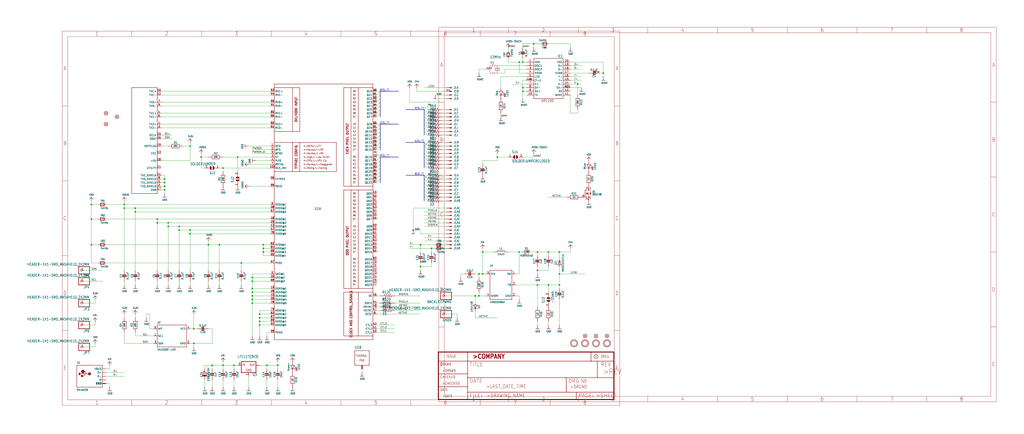
<source format=kicad_sch>
(kicad_sch (version 20211123) (generator eeschema)
  (paper "User" 711.327 301.701)
  (junction (at 132.08 162.56))
  (junction (at 63.5 152.4))
  (junction (at 299.72 172.72))
  (junction (at 114.3 124.46))
  (junction (at 381 175.26))
  (junction (at 332.74 190.5))
  (junction (at 114.3 129.54))
  (junction (at 335.28 190.5))
  (junction (at 363.22 43.18))
  (junction (at 132.08 101.6))
  (junction (at 388.62 175.26))
  (junction (at 124.46 157.48))
  (junction (at 116.84 157.48))
  (junction (at 86.36 144.78))
  (junction (at 167.64 182.88))
  (junction (at 287.02 160.02))
  (junction (at 332.74 205.74))
  (junction (at 147.32 254))
  (junction (at 93.98 147.32))
  (junction (at 180.34 223.52))
  (junction (at 175.26 210.82))
  (junction (at 124.46 160.02))
  (junction (at 109.22 154.94))
  (junction (at 114.3 127))
  (junction (at 162.56 254))
  (junction (at 292.1 185.42))
  (junction (at 182.88 175.26))
  (junction (at 134.62 238.76))
  (junction (at 185.42 254))
  (junction (at 165.1 109.22))
  (junction (at 401.32 58.42))
  (junction (at 360.68 175.26))
  (junction (at 180.34 220.98))
  (junction (at 363.22 60.96))
  (junction (at 175.26 195.58))
  (junction (at 373.38 198.12))
  (junction (at 180.34 226.06))
  (junction (at 114.3 132.08))
  (junction (at 175.26 208.28))
  (junction (at 193.04 254))
  (junction (at 63.5 170.18))
  (junction (at 370.84 30.48))
  (junction (at 134.62 228.6))
  (junction (at 388.62 198.12))
  (junction (at 175.26 203.2))
  (junction (at 116.84 154.94))
  (junction (at 330.2 205.74))
  (junction (at 109.22 152.4))
  (junction (at 175.26 193.04))
  (junction (at 335.28 175.26))
  (junction (at 388.62 190.5))
  (junction (at 292.1 170.18))
  (junction (at 373.38 175.26))
  (junction (at 63.5 142.24))
  (junction (at 381 198.12))
  (junction (at 363.22 63.5))
  (junction (at 182.88 170.18))
  (junction (at 419.1 50.8))
  (junction (at 373.38 187.96))
  (junction (at 345.44 109.22))
  (junction (at 182.88 172.72))
  (junction (at 180.34 218.44))
  (junction (at 175.26 200.66))
  (junction (at 93.98 144.78))
  (junction (at 175.26 205.74))
  (junction (at 132.08 160.02))
  (junction (at 360.68 43.18))
  (junction (at 154.94 254))
  (junction (at 152.4 170.18))
  (junction (at 86.36 142.24))
  (junction (at 144.78 170.18))
  (junction (at 139.7 109.22))
  (junction (at 154.94 116.84))
  (bus_entry (at 297.18 101.6) (size -2.54 -2.54))
  (bus_entry (at 297.18 114.3) (size -2.54 -2.54))
  (bus_entry (at 297.18 104.14) (size -2.54 -2.54))
  (bus_entry (at 297.18 99.06) (size -2.54 2.54))
  (bus_entry (at 297.18 83.82) (size -2.54 -2.54))
  (bus_entry (at 261.62 114.3) (size 2.54 -2.54))
  (bus_entry (at 261.62 81.28) (size 2.54 -2.54))
  (bus_entry (at 297.18 78.74) (size -2.54 -2.54))
  (bus_entry (at 261.62 76.2) (size 2.54 -2.54))
  (bus_entry (at 297.18 137.16) (size -2.54 -2.54))
  (bus_entry (at 297.18 116.84) (size -2.54 -2.54))
  (bus_entry (at 297.18 111.76) (size -2.54 -2.54))
  (bus_entry (at 261.62 101.6) (size 2.54 -2.54))
  (bus_entry (at 261.62 116.84) (size 2.54 -2.54))
  (bus_entry (at 297.18 139.7) (size -2.54 -2.54))
  (bus_entry (at 297.18 73.66) (size -2.54 2.54))
  (bus_entry (at 297.18 109.22) (size -2.54 -2.54))
  (bus_entry (at 261.62 78.74) (size 2.54 -2.54))
  (bus_entry (at 261.62 88.9) (size 2.54 -2.54))
  (bus_entry (at 297.18 106.68) (size -2.54 -2.54))
  (bus_entry (at 261.62 111.76) (size 2.54 -2.54))
  (bus_entry (at 261.62 127) (size 2.54 -2.54))
  (bus_entry (at 261.62 93.98) (size 2.54 -2.54))
  (bus_entry (at 297.18 124.46) (size -2.54 -2.54))
  (bus_entry (at 261.62 119.38) (size 2.54 -2.54))
  (bus_entry (at 297.18 127) (size -2.54 -2.54))
  (bus_entry (at 261.62 99.06) (size 2.54 -2.54))
  (bus_entry (at 261.62 106.68) (size 2.54 2.54))
  (bus_entry (at 261.62 121.92) (size 2.54 -2.54))
  (bus_entry (at 261.62 124.46) (size 2.54 -2.54))
  (bus_entry (at 297.18 121.92) (size -2.54 2.54))
  (bus_entry (at 261.62 68.58) (size 2.54 -2.54))
  (bus_entry (at 297.18 88.9) (size -2.54 -2.54))
  (bus_entry (at 261.62 73.66) (size 2.54 -2.54))
  (bus_entry (at 261.62 91.44) (size 2.54 -2.54))
  (bus_entry (at 261.62 104.14) (size 2.54 -2.54))
  (bus_entry (at 297.18 81.28) (size -2.54 -2.54))
  (bus_entry (at 297.18 132.08) (size -2.54 -2.54))
  (bus_entry (at 261.62 66.04) (size 2.54 -2.54))
  (bus_entry (at 297.18 91.44) (size -2.54 -2.54))
  (bus_entry (at 261.62 71.12) (size 2.54 -2.54))
  (bus_entry (at 261.62 96.52) (size 2.54 -2.54))
  (bus_entry (at 297.18 134.62) (size -2.54 -2.54))
  (bus_entry (at 297.18 129.54) (size -2.54 -2.54))
  (bus_entry (at 297.18 93.98) (size -2.54 -2.54))
  (bus_entry (at 297.18 86.36) (size -2.54 -2.54))
  (bus (pts (xy 264.16 93.98) (xy 264.16 96.52)))
  (wire (pts (xy 309.88 81.28) (xy 307.34 81.28)))
  (wire (pts (xy 309.88 134.62) (xy 307.34 134.62)))
  (bus (pts (xy 294.64 124.46) (xy 294.64 127)))
  (wire (pts (xy 274.32 210.82) (xy 292.1 210.82)))
  (wire (pts (xy 363.22 43.18) (xy 360.68 43.18)))
  (wire (pts (xy 309.88 88.9) (xy 307.34 88.9)))
  (bus (pts (xy 264.16 88.9) (xy 264.16 91.44)))
  (wire (pts (xy 114.3 127) (xy 114.3 129.54)))
  (wire (pts (xy 302.26 170.18) (xy 292.1 170.18)))
  (wire (pts (xy 401.32 66.04) (xy 401.32 58.42)))
  (wire (pts (xy 309.88 137.16) (xy 307.34 137.16)))
  (wire (pts (xy 261.62 226.06) (xy 274.32 226.06)))
  (wire (pts (xy 172.72 261.62) (xy 172.72 269.24)))
  (wire (pts (xy 309.88 152.4) (xy 294.64 152.4)))
  (wire (pts (xy 251.46 256.54) (xy 251.46 259.08)))
  (wire (pts (xy 309.88 68.58) (xy 304.8 68.58)))
  (wire (pts (xy 154.94 119.38) (xy 154.94 116.84)))
  (wire (pts (xy 345.44 111.76) (xy 345.44 109.22)))
  (wire (pts (xy 297.18 76.2) (xy 297.18 73.66)))
  (wire (pts (xy 373.38 185.42) (xy 373.38 187.96)))
  (wire (pts (xy 147.32 228.6) (xy 147.32 238.76)))
  (wire (pts (xy 292.1 185.42) (xy 292.1 187.96)))
  (wire (pts (xy 116.84 157.48) (xy 116.84 187.96)))
  (wire (pts (xy 309.88 116.84) (xy 307.34 116.84)))
  (bus (pts (xy 294.64 137.16) (xy 294.64 139.7)))
  (bus (pts (xy 264.16 63.5) (xy 276.86 63.5)))
  (wire (pts (xy 182.88 177.8) (xy 182.88 175.26)))
  (bus (pts (xy 294.64 86.36) (xy 294.64 88.9)))
  (wire (pts (xy 187.96 172.72) (xy 182.88 172.72)))
  (wire (pts (xy 58.42 226.06) (xy 66.04 226.06)))
  (wire (pts (xy 187.96 147.32) (xy 93.98 147.32)))
  (wire (pts (xy 66.04 226.06) (xy 66.04 223.52)))
  (wire (pts (xy 358.14 190.5) (xy 360.68 190.5)))
  (wire (pts (xy 111.76 71.12) (xy 187.96 71.12)))
  (wire (pts (xy 162.56 254) (xy 154.94 254)))
  (wire (pts (xy 175.26 193.04) (xy 175.26 195.58)))
  (wire (pts (xy 261.62 215.9) (xy 264.16 215.9)))
  (wire (pts (xy 365.76 50.8) (xy 360.68 50.8)))
  (wire (pts (xy 111.76 127) (xy 114.3 127)))
  (wire (pts (xy 274.32 215.9) (xy 292.1 215.9)))
  (wire (pts (xy 309.88 78.74) (xy 307.34 78.74)))
  (wire (pts (xy 167.64 182.88) (xy 167.64 187.96)))
  (wire (pts (xy 139.7 109.22) (xy 139.7 106.68)))
  (wire (pts (xy 187.96 142.24) (xy 86.36 142.24)))
  (bus (pts (xy 264.16 78.74) (xy 264.16 76.2)))
  (wire (pts (xy 353.06 33.02) (xy 353.06 35.56)))
  (bus (pts (xy 294.64 109.22) (xy 294.64 111.76)))
  (wire (pts (xy 309.88 154.94) (xy 294.64 154.94)))
  (wire (pts (xy 63.5 142.24) (xy 63.5 139.7)))
  (wire (pts (xy 187.96 157.48) (xy 124.46 157.48)))
  (bus (pts (xy 264.16 99.06) (xy 264.16 101.6)))
  (wire (pts (xy 309.88 139.7) (xy 307.34 139.7)))
  (wire (pts (xy 63.5 152.4) (xy 63.5 142.24)))
  (wire (pts (xy 68.58 152.4) (xy 63.5 152.4)))
  (wire (pts (xy 332.74 205.74) (xy 330.2 205.74)))
  (wire (pts (xy 335.28 172.72) (xy 335.28 175.26)))
  (wire (pts (xy 375.92 30.48) (xy 370.84 30.48)))
  (wire (pts (xy 353.06 43.18) (xy 353.06 40.64)))
  (wire (pts (xy 187.96 205.74) (xy 175.26 205.74)))
  (wire (pts (xy 111.76 93.98) (xy 119.38 93.98)))
  (wire (pts (xy 335.28 175.26) (xy 342.9 175.26)))
  (wire (pts (xy 187.96 210.82) (xy 175.26 210.82)))
  (wire (pts (xy 93.98 195.58) (xy 93.98 198.12)))
  (wire (pts (xy 365.76 58.42) (xy 355.6 58.42)))
  (wire (pts (xy 154.94 116.84) (xy 152.4 116.84)))
  (wire (pts (xy 330.2 205.74) (xy 309.88 205.74)))
  (wire (pts (xy 187.96 220.98) (xy 180.34 220.98)))
  (wire (pts (xy 363.22 43.18) (xy 363.22 40.64)))
  (wire (pts (xy 187.96 152.4) (xy 109.22 152.4)))
  (wire (pts (xy 187.96 226.06) (xy 180.34 226.06)))
  (wire (pts (xy 154.94 254) (xy 154.94 251.46)))
  (wire (pts (xy 93.98 147.32) (xy 93.98 187.96)))
  (wire (pts (xy 86.36 139.7) (xy 86.36 142.24)))
  (wire (pts (xy 309.88 111.76) (xy 307.34 111.76)))
  (wire (pts (xy 93.98 144.78) (xy 86.36 144.78)))
  (wire (pts (xy 187.96 116.84) (xy 154.94 116.84)))
  (wire (pts (xy 185.42 264.16) (xy 185.42 269.24)))
  (wire (pts (xy 347.98 53.34) (xy 347.98 60.96)))
  (wire (pts (xy 360.68 43.18) (xy 353.06 43.18)))
  (bus (pts (xy 264.16 73.66) (xy 264.16 71.12)))
  (wire (pts (xy 144.78 228.6) (xy 147.32 228.6)))
  (wire (pts (xy 124.46 195.58) (xy 124.46 198.12)))
  (wire (pts (xy 381 177.8) (xy 381 175.26)))
  (wire (pts (xy 330.2 215.9) (xy 330.2 220.98)))
  (wire (pts (xy 114.3 132.08) (xy 114.3 134.62)))
  (wire (pts (xy 388.62 190.5) (xy 406.4 190.5)))
  (wire (pts (xy 322.58 190.5) (xy 320.04 190.5)))
  (wire (pts (xy 287.02 160.02) (xy 292.1 160.02)))
  (wire (pts (xy 292.1 162.56) (xy 309.88 162.56)))
  (wire (pts (xy 381 187.96) (xy 373.38 187.96)))
  (wire (pts (xy 187.96 154.94) (xy 116.84 154.94)))
  (wire (pts (xy 111.76 81.28) (xy 187.96 81.28)))
  (wire (pts (xy 167.64 182.88) (xy 73.66 182.88)))
  (wire (pts (xy 147.32 238.76) (xy 134.62 238.76)))
  (wire (pts (xy 309.88 127) (xy 307.34 127)))
  (wire (pts (xy 132.08 101.6) (xy 132.08 111.76)))
  (wire (pts (xy 111.76 88.9) (xy 187.96 88.9)))
  (wire (pts (xy 187.96 177.8) (xy 182.88 177.8)))
  (bus (pts (xy 294.64 76.2) (xy 281.94 76.2)))
  (bus (pts (xy 294.64 91.44) (xy 294.64 93.98)))
  (wire (pts (xy 58.42 241.3) (xy 66.04 241.3)))
  (wire (pts (xy 111.76 78.74) (xy 187.96 78.74)))
  (wire (pts (xy 381 198.12) (xy 388.62 198.12)))
  (bus (pts (xy 264.16 121.92) (xy 264.16 124.46)))
  (wire (pts (xy 360.68 175.26) (xy 363.22 175.26)))
  (wire (pts (xy 309.88 121.92) (xy 307.34 121.92)))
  (bus (pts (xy 264.16 71.12) (xy 264.16 68.58)))
  (wire (pts (xy 175.26 205.74) (xy 175.26 208.28)))
  (wire (pts (xy 309.88 172.72) (xy 307.34 172.72)))
  (wire (pts (xy 152.4 187.96) (xy 152.4 170.18)))
  (wire (pts (xy 363.22 60.96) (xy 363.22 63.5)))
  (wire (pts (xy 109.22 154.94) (xy 109.22 187.96)))
  (wire (pts (xy 114.3 124.46) (xy 114.3 127)))
  (wire (pts (xy 368.3 175.26) (xy 373.38 175.26)))
  (wire (pts (xy 124.46 157.48) (xy 116.84 157.48)))
  (wire (pts (xy 261.62 218.44) (xy 292.1 218.44)))
  (wire (pts (xy 86.36 144.78) (xy 86.36 142.24)))
  (bus (pts (xy 294.64 99.06) (xy 294.64 101.6)))
  (wire (pts (xy 182.88 170.18) (xy 152.4 170.18)))
  (wire (pts (xy 154.94 264.16) (xy 154.94 269.24)))
  (bus (pts (xy 264.16 86.36) (xy 276.86 86.36)))
  (bus (pts (xy 264.16 101.6) (xy 264.16 104.14)))
  (wire (pts (xy 373.38 187.96) (xy 373.38 190.5)))
  (wire (pts (xy 142.24 116.84) (xy 139.7 116.84)))
  (wire (pts (xy 309.88 149.86) (xy 294.64 149.86)))
  (wire (pts (xy 309.88 104.14) (xy 307.34 104.14)))
  (wire (pts (xy 337.82 190.5) (xy 335.28 190.5)))
  (wire (pts (xy 309.88 147.32) (xy 294.64 147.32)))
  (bus (pts (xy 264.16 114.3) (xy 264.16 116.84)))
  (wire (pts (xy 76.2 266.7) (xy 76.2 269.24)))
  (wire (pts (xy 363.22 33.02) (xy 363.22 30.48)))
  (wire (pts (xy 167.64 195.58) (xy 167.64 198.12)))
  (wire (pts (xy 187.96 104.14) (xy 175.26 104.14)))
  (wire (pts (xy 114.3 129.54) (xy 114.3 132.08)))
  (wire (pts (xy 63.5 182.88) (xy 63.5 170.18)))
  (wire (pts (xy 292.1 175.26) (xy 292.1 170.18)))
  (wire (pts (xy 261.62 205.74) (xy 264.16 205.74)))
  (wire (pts (xy 365.76 63.5) (xy 363.22 63.5)))
  (bus (pts (xy 264.16 76.2) (xy 264.16 73.66)))
  (bus (pts (xy 294.64 88.9) (xy 294.64 91.44)))
  (wire (pts (xy 419.1 43.18) (xy 419.1 50.8)))
  (wire (pts (xy 292.1 160.02) (xy 292.1 162.56)))
  (wire (pts (xy 175.26 190.5) (xy 175.26 193.04)))
  (wire (pts (xy 373.38 177.8) (xy 373.38 175.26)))
  (wire (pts (xy 58.42 187.96) (xy 71.12 187.96)))
  (wire (pts (xy 309.88 132.08) (xy 307.34 132.08)))
  (wire (pts (xy 274.32 205.74) (xy 292.1 205.74)))
  (wire (pts (xy 165.1 109.22) (xy 154.94 109.22)))
  (wire (pts (xy 86.36 220.98) (xy 86.36 218.44)))
  (wire (pts (xy 116.84 154.94) (xy 109.22 154.94)))
  (wire (pts (xy 73.66 256.54) (xy 76.2 256.54)))
  (wire (pts (xy 116.84 157.48) (xy 116.84 154.94)))
  (wire (pts (xy 388.62 180.34) (xy 388.62 175.26)))
  (wire (pts (xy 185.42 231.14) (xy 185.42 233.68)))
  (wire (pts (xy 180.34 223.52) (xy 180.34 226.06)))
  (wire (pts (xy 332.74 190.5) (xy 330.2 190.5)))
  (wire (pts (xy 93.98 147.32) (xy 93.98 144.78)))
  (wire (pts (xy 309.88 170.18) (xy 307.34 170.18)))
  (wire (pts (xy 347.98 81.28) (xy 347.98 78.74)))
  (bus (pts (xy 264.16 116.84) (xy 264.16 119.38)))
  (wire (pts (xy 388.62 208.28) (xy 388.62 226.06)))
  (bus (pts (xy 294.64 99.06) (xy 281.94 99.06)))
  (wire (pts (xy 187.96 223.52) (xy 180.34 223.52)))
  (wire (pts (xy 261.62 228.6) (xy 274.32 228.6)))
  (wire (pts (xy 73.66 261.62) (xy 86.36 261.62)))
  (wire (pts (xy 66.04 241.3) (xy 66.04 238.76)))
  (wire (pts (xy 73.66 259.08) (xy 86.36 259.08)))
  (wire (pts (xy 393.7 137.16) (xy 381 137.16)))
  (wire (pts (xy 58.42 210.82) (xy 66.04 210.82)))
  (wire (pts (xy 261.62 63.5) (xy 264.16 63.5)))
  (wire (pts (xy 261.62 109.22) (xy 261.62 106.68)))
  (wire (pts (xy 365.76 53.34) (xy 347.98 53.34)))
  (wire (pts (xy 309.88 101.6) (xy 307.34 101.6)))
  (wire (pts (xy 381 203.2) (xy 381 198.12)))
  (bus (pts (xy 294.64 101.6) (xy 294.64 104.14)))
  (wire (pts (xy 304.8 71.12) (xy 284.48 71.12)))
  (wire (pts (xy 261.62 86.36) (xy 264.16 86.36)))
  (wire (pts (xy 299.72 185.42) (xy 299.72 182.88)))
  (wire (pts (xy 109.22 154.94) (xy 109.22 152.4)))
  (wire (pts (xy 187.96 111.76) (xy 177.8 111.76)))
  (wire (pts (xy 365.76 60.96) (xy 363.22 60.96)))
  (wire (pts (xy 309.88 124.46) (xy 307.34 124.46)))
  (wire (pts (xy 132.08 195.58) (xy 132.08 198.12)))
  (wire (pts (xy 317.5 218.44) (xy 317.5 220.98)))
  (wire (pts (xy 396.24 58.42) (xy 401.32 58.42)))
  (wire (pts (xy 187.96 160.02) (xy 132.08 160.02)))
  (wire (pts (xy 193.04 254) (xy 193.04 256.54)))
  (wire (pts (xy 381 226.06) (xy 381 223.52)))
  (wire (pts (xy 388.62 200.66) (xy 388.62 198.12)))
  (wire (pts (xy 132.08 228.6) (xy 134.62 228.6)))
  (wire (pts (xy 116.84 195.58) (xy 116.84 198.12)))
  (wire (pts (xy 358.14 198.12) (xy 373.38 198.12)))
  (wire (pts (xy 187.96 193.04) (xy 175.26 193.04)))
  (wire (pts (xy 193.04 254) (xy 193.04 251.46)))
  (bus (pts (xy 264.16 124.46) (xy 264.16 127)))
  (wire (pts (xy 261.62 210.82) (xy 264.16 210.82)))
  (wire (pts (xy 187.96 208.28) (xy 175.26 208.28)))
  (bus (pts (xy 294.64 78.74) (xy 294.64 81.28)))
  (wire (pts (xy 86.36 195.58) (xy 86.36 198.12)))
  (wire (pts (xy 363.22 55.88) (xy 363.22 60.96)))
  (wire (pts (xy 396.24 55.88) (xy 403.86 55.88)))
  (wire (pts (xy 345.44 109.22) (xy 345.44 106.68)))
  (wire (pts (xy 111.76 63.5) (xy 187.96 63.5)))
  (wire (pts (xy 396.24 48.26) (xy 403.86 48.26)))
  (wire (pts (xy 309.88 129.54) (xy 307.34 129.54)))
  (wire (pts (xy 365.76 55.88) (xy 363.22 55.88)))
  (wire (pts (xy 337.82 48.26) (xy 332.74 48.26)))
  (bus (pts (xy 294.64 106.68) (xy 294.64 109.22)))
  (wire (pts (xy 292.1 170.18) (xy 284.48 170.18)))
  (wire (pts (xy 416.56 50.8) (xy 419.1 50.8)))
  (wire (pts (xy 332.74 190.5) (xy 335.28 190.5)))
  (wire (pts (xy 317.5 218.44) (xy 309.88 218.44)))
  (wire (pts (xy 109.22 152.4) (xy 73.66 152.4)))
  (wire (pts (xy 68.58 170.18) (xy 63.5 170.18)))
  (wire (pts (xy 106.68 228.6) (xy 104.14 228.6)))
  (wire (pts (xy 134.62 238.76) (xy 134.62 241.3)))
  (wire (pts (xy 309.88 99.06) (xy 307.34 99.06)))
  (bus (pts (xy 264.16 96.52) (xy 264.16 99.06)))
  (wire (pts (xy 111.76 124.46) (xy 114.3 124.46)))
  (wire (pts (xy 330.2 220.98) (xy 345.44 220.98)))
  (wire (pts (xy 365.76 45.72) (xy 345.44 45.72)))
  (bus (pts (xy 294.64 114.3) (xy 294.64 116.84)))
  (wire (pts (xy 299.72 175.26) (xy 299.72 172.72)))
  (wire (pts (xy 111.76 129.54) (xy 114.3 129.54)))
  (wire (pts (xy 111.76 121.92) (xy 114.3 121.92)))
  (wire (pts (xy 261.62 213.36) (xy 264.16 213.36)))
  (wire (pts (xy 309.88 157.48) (xy 294.64 157.48)))
  (wire (pts (xy 309.88 60.96) (xy 294.64 60.96)))
  (wire (pts (xy 396.24 175.26) (xy 396.24 172.72)))
  (bus (pts (xy 294.64 121.92) (xy 281.94 121.92)))
  (wire (pts (xy 309.88 76.2) (xy 307.34 76.2)))
  (wire (pts (xy 93.98 233.68) (xy 106.68 233.68)))
  (wire (pts (xy 373.38 198.12) (xy 381 198.12)))
  (wire (pts (xy 299.72 172.72) (xy 284.48 172.72)))
  (wire (pts (xy 292.1 182.88) (xy 292.1 185.42)))
  (wire (pts (xy 187.96 129.54) (xy 172.72 129.54)))
  (wire (pts (xy 309.88 165.1) (xy 294.64 165.1)))
  (wire (pts (xy 142.24 269.24) (xy 142.24 264.16)))
  (wire (pts (xy 274.32 213.36) (xy 292.1 213.36)))
  (wire (pts (xy 144.78 170.18) (xy 73.66 170.18)))
  (wire (pts (xy 93.98 220.98) (xy 93.98 218.44)))
  (wire (pts (xy 289.56 63.5) (xy 289.56 60.96)))
  (wire (pts (xy 345.44 111.76) (xy 335.28 111.76)))
  (wire (pts (xy 396.24 30.48) (xy 396.24 33.02)))
  (wire (pts (xy 132.08 238.76) (xy 134.62 238.76)))
  (wire (pts (xy 162.56 264.16) (xy 162.56 269.24)))
  (wire (pts (xy 381 30.48) (xy 396.24 30.48)))
  (wire (pts (xy 292.1 185.42) (xy 299.72 185.42)))
  (wire (pts (xy 187.96 231.14) (xy 185.42 231.14)))
  (wire (pts (xy 381 175.26) (xy 388.62 175.26)))
  (wire (pts (xy 365.76 48.26) (xy 350.52 48.26)))
  (bus (pts (xy 294.64 81.28) (xy 294.64 83.82)))
  (bus (pts (xy 294.64 121.92) (xy 294.64 124.46)))
  (bus (pts (xy 264.16 66.04) (xy 264.16 63.5)))
  (wire (pts (xy 193.04 264.16) (xy 193.04 269.24)))
  (wire (pts (xy 261.62 231.14) (xy 274.32 231.14)))
  (wire (pts (xy 187.96 195.58) (xy 175.26 195.58)))
  (wire (pts (xy 137.16 228.6) (xy 134.62 228.6)))
  (bus (pts (xy 264.16 109.22) (xy 264.16 111.76)))
  (wire (pts (xy 165.1 109.22) (xy 165.1 119.38)))
  (wire (pts (xy 373.38 226.06) (xy 373.38 223.52)))
  (bus (pts (xy 264.16 68.58) (xy 264.16 66.04)))
  (wire (pts (xy 335.28 111.76) (xy 335.28 114.3)))
  (wire (pts (xy 147.32 254) (xy 154.94 254)))
  (wire (pts (xy 187.96 106.68) (xy 175.26 106.68)))
  (wire (pts (xy 111.76 101.6) (xy 116.84 101.6)))
  (wire (pts (xy 147.32 256.54) (xy 147.32 254)))
  (bus (pts (xy 294.64 132.08) (xy 294.64 134.62)))
  (wire (pts (xy 58.42 195.58) (xy 71.12 195.58)))
  (wire (pts (xy 187.96 215.9) (xy 180.34 215.9)))
  (wire (pts (xy 332.74 48.26) (xy 332.74 50.8)))
  (wire (pts (xy 350.52 50.8) (xy 345.44 50.8)))
  (bus (pts (xy 294.64 129.54) (xy 294.64 132.08)))
  (bus (pts (xy 264.16 81.28) (xy 264.16 78.74)))
  (wire (pts (xy 144.78 170.18) (xy 144.78 167.64)))
  (wire (pts (xy 187.96 175.26) (xy 182.88 175.26)))
  (wire (pts (xy 68.58 182.88) (xy 63.5 182.88)))
  (wire (pts (xy 363.22 63.5) (xy 363.22 68.58)))
  (wire (pts (xy 63.5 170.18) (xy 63.5 152.4)))
  (wire (pts (xy 86.36 142.24) (xy 73.66 142.24)))
  (wire (pts (xy 104.14 218.44) (xy 101.6 218.44)))
  (wire (pts (xy 335.28 190.5) (xy 335.28 175.26)))
  (wire (pts (xy 309.88 114.3) (xy 307.34 114.3)))
  (wire (pts (xy 154.94 256.54) (xy 154.94 254)))
  (wire (pts (xy 388.62 198.12) (xy 388.62 190.5)))
  (wire (pts (xy 104.14 228.6) (xy 104.14 218.44)))
  (wire (pts (xy 370.84 30.48) (xy 370.84 33.02)))
  (wire (pts (xy 66.04 210.82) (xy 66.04 208.28)))
  (wire (pts (xy 363.22 30.48) (xy 370.84 30.48)))
  (wire (pts (xy 309.88 86.36) (xy 307.34 86.36)))
  (wire (pts (xy 388.62 175.26) (xy 396.24 175.26)))
  (wire (pts (xy 358.14 205.74) (xy 360.68 205.74)))
  (wire (pts (xy 73.66 266.7) (xy 76.2 266.7)))
  (wire (pts (xy 401.32 78.74) (xy 396.24 78.74)))
  (wire (pts (xy 76.2 256.54) (xy 76.2 254)))
  (wire (pts (xy 187.96 182.88) (xy 167.64 182.88)))
  (wire (pts (xy 111.76 96.52) (xy 119.38 96.52)))
  (wire (pts (xy 93.98 233.68) (xy 93.98 231.14)))
  (wire (pts (xy 381 185.42) (xy 381 187.96)))
  (wire (pts (xy 180.34 215.9) (xy 180.34 218.44)))
  (wire (pts (xy 124.46 160.02) (xy 124.46 157.48)))
  (wire (pts (xy 114.3 121.92) (xy 114.3 124.46)))
  (wire (pts (xy 419.1 50.8) (xy 419.1 53.34)))
  (wire (pts (xy 111.76 66.04) (xy 187.96 66.04)))
  (wire (pts (xy 139.7 116.84) (xy 139.7 109.22)))
  (wire (pts (xy 304.8 68.58) (xy 304.8 71.12)))
  (wire (pts (xy 187.96 190.5) (xy 175.26 190.5)))
  (wire (pts (xy 142.24 254) (xy 147.32 254)))
  (wire (pts (xy 180.34 226.06) (xy 180.34 233.68)))
  (wire (pts (xy 396.24 43.18) (xy 419.1 43.18)))
  (bus (pts (xy 294.64 127) (xy 294.64 129.54)))
  (wire (pts (xy 309.88 63.5) (xy 289.56 63.5)))
  (wire (pts (xy 309.88 93.98) (xy 307.34 93.98)))
  (wire (pts (xy 396.24 53.34) (xy 403.86 53.34)))
  (wire (pts (xy 396.24 50.8) (xy 408.94 50.8)))
  (wire (pts (xy 309.88 106.68) (xy 307.34 106.68)))
  (wire (pts (xy 152.4 170.18) (xy 144.78 170.18)))
  (wire (pts (xy 175.26 208.28) (xy 175.26 210.82)))
  (wire (pts (xy 182.88 175.26) (xy 182.88 172.72)))
  (wire (pts (xy 360.68 50.8) (xy 360.68 43.18)))
  (wire (pts (xy 165.1 109.22) (xy 187.96 109.22)))
  (wire (pts (xy 187.96 101.6) (xy 172.72 101.6)))
  (wire (pts (xy 363.22 109.22) (xy 370.84 109.22)))
  (wire (pts (xy 287.02 144.78) (xy 287.02 160.02)))
  (wire (pts (xy 68.58 142.24) (xy 63.5 142.24)))
  (wire (pts (xy 309.88 167.64) (xy 294.64 167.64)))
  (wire (pts (xy 284.48 71.12) (xy 284.48 60.96)))
  (wire (pts (xy 134.62 228.6) (xy 134.62 218.44)))
  (wire (pts (xy 180.34 254) (xy 185.42 254)))
  (wire (pts (xy 132.08 162.56) (xy 132.08 187.96)))
  (wire (pts (xy 124.46 160.02) (xy 124.46 187.96)))
  (wire (pts (xy 187.96 218.44) (xy 180.34 218.44)))
  (wire (pts (xy 187.96 162.56) (xy 132.08 162.56)))
  (wire (pts (xy 365.76 43.18) (xy 363.22 43.18)))
  (wire (pts (xy 182.88 172.72) (xy 182.88 170.18)))
  (wire (pts (xy 309.88 91.44) (xy 307.34 91.44)))
  (wire (pts (xy 111.76 73.66) (xy 187.96 73.66)))
  (wire (pts (xy 162.56 256.54) (xy 162.56 254)))
  (bus (pts (xy 294.64 83.82) (xy 294.64 86.36)))
  (wire (pts (xy 396.24 78.74) (xy 396.24 66.04)))
  (wire (pts (xy 109.22 195.58) (xy 109.22 198.12)))
  (bus (pts (xy 264.16 119.38) (xy 264.16 121.92)))
  (wire (pts (xy 101.6 218.44) (xy 101.6 220.98)))
  (wire (pts (xy 147.32 269.24) (xy 147.32 264.16)))
  (wire (pts (xy 353.06 175.26) (xy 360.68 175.26)))
  (wire (pts (xy 165.1 254) (xy 162.56 254)))
  (wire (pts (xy 127 101.6) (xy 132.08 101.6)))
  (wire (pts (xy 175.26 210.82) (xy 175.26 233.68)))
  (wire (pts (xy 370.84 109.22) (xy 370.84 106.68)))
  (wire (pts (xy 360.68 205.74) (xy 360.68 208.28)))
  (bus (pts (xy 264.16 109.22) (xy 276.86 109.22)))
  (wire (pts (xy 144.78 187.96) (xy 144.78 170.18)))
  (wire (pts (xy 320.04 190.5) (xy 320.04 193.04)))
  (wire (pts (xy 187.96 203.2) (xy 175.26 203.2)))
  (wire (pts (xy 175.26 195.58) (xy 175.26 200.66)))
  (wire (pts (xy 175.26 200.66) (xy 175.26 203.2)))
  (wire (pts (xy 401.32 78.74) (xy 401.32 76.2)))
  (wire (pts (xy 373.38 175.26) (xy 381 175.26)))
  (wire (pts (xy 132.08 111.76) (xy 111.76 111.76)))
  (bus (pts (xy 294.64 104.14) (xy 294.64 106.68)))
  (wire (pts (xy 111.76 132.08) (xy 114.3 132.08)))
  (bus (pts (xy 264.16 111.76) (xy 264.16 114.3)))
  (wire (pts (xy 106.68 238.76) (xy 86.36 238.76)))
  (bus (pts (xy 264.16 91.44) (xy 264.16 93.98)))
  (wire (pts (xy 180.34 218.44) (xy 180.34 220.98)))
  (wire (pts (xy 152.4 195.58) (xy 152.4 198.12)))
  (wire (pts (xy 86.36 238.76) (xy 86.36 231.14)))
  (wire (pts (xy 345.44 109.22) (xy 353.06 109.22)))
  (wire (pts (xy 309.88 66.04) (xy 302.26 66.04)))
  (wire (pts (xy 111.76 86.36) (xy 187.96 86.36)))
  (wire (pts (xy 187.96 114.3) (xy 172.72 114.3)))
  (wire (pts (xy 401.32 58.42) (xy 403.86 58.42)))
  (wire (pts (xy 187.96 170.18) (xy 182.88 170.18)))
  (wire (pts (xy 185.42 254) (xy 185.42 256.54)))
  (bus (pts (xy 294.64 111.76) (xy 294.64 114.3)))
  (wire (pts (xy 396.24 60.96) (xy 403.86 60.96)))
  (wire (pts (xy 180.34 220.98) (xy 180.34 223.52)))
  (wire (pts (xy 86.36 144.78) (xy 86.36 187.96)))
  (wire (pts (xy 360.68 190.5) (xy 360.68 175.26)))
  (bus (pts (xy 264.16 86.36) (xy 264.16 88.9)))
  (wire (pts (xy 309.88 109.22) (xy 307.34 109.22)))
  (wire (pts (xy 332.74 203.2) (xy 332.74 205.74)))
  (wire (pts (xy 132.08 160.02) (xy 124.46 160.02)))
  (wire (pts (xy 142.24 256.54) (xy 142.24 254)))
  (wire (pts (xy 332.74 193.04) (xy 332.74 190.5)))
  (wire (pts (xy 187.96 144.78) (xy 93.98 144.78)))
  (bus (pts (xy 294.64 134.62) (xy 294.64 137.16)))
  (wire (pts (xy 337.82 205.74) (xy 332.74 205.74)))
  (wire (pts (xy 187.96 200.66) (xy 175.26 200.66)))
  (wire (pts (xy 302.26 172.72) (xy 299.72 172.72)))
  (wire (pts (xy 388.62 190.5) (xy 388.62 185.42)))
  (wire (pts (xy 132.08 162.56) (xy 132.08 160.02)))
  (wire (pts (xy 373.38 213.36) (xy 373.38 198.12)))
  (wire (pts (xy 185.42 254) (xy 193.04 254)))
  (wire (pts (xy 396.24 45.72) (xy 403.86 45.72)))
  (wire (pts (xy 144.78 109.22) (xy 139.7 109.22)))
  (wire (pts (xy 144.78 195.58) (xy 144.78 198.12)))
  (wire (pts (xy 309.88 83.82) (xy 307.34 83.82)))
  (wire (pts (xy 175.26 203.2) (xy 175.26 205.74)))
  (wire (pts (xy 132.08 101.6) (xy 132.08 99.06)))
  (wire (pts (xy 350.52 48.26) (xy 350.52 50.8)))
  (wire (pts (xy 330.2 205.74) (xy 330.2 210.82)))
  (wire (pts (xy 309.88 144.78) (xy 287.02 144.78)))
  (bus (pts (xy 294.64 76.2) (xy 294.64 78.74)))
  (label "R4" (at 297.18 86.36 0) (effects (font (size 1.016 1.016))))
  (label "SCL" (at 99.06 233.68 0) (effects (font (size 1.2446 1.2446))))
  (label "ACTIVE" (at 383.54 137.16 0) (effects (font (size 1.2446 1.2446))))
  (label "G1" (at 261.62 88.9 180) (effects (font (size 1.016 1.016))))
  (label "AGND" (at 416.56 50.8 180) (effects (font (size 1.016 1.016))))
  (label "B2" (at 297.18 127 0) (effects (font (size 1.016 1.016))))
  (label "R4" (at 261.62 119.38 180) (effects (font (size 1.016 1.016))))
  (label "LEDK" (at 297.18 60.96 0) (effects (font (size 1.2446 1.2446))))
  (label "SCL" (at 63.5 195.58 0) (effects (font (size 1.2446 1.2446))))
  (label "SDA" (at 99.06 238.76 0) (effects (font (size 1.2446 1.2446))))
  (label "R6" (at 297.18 91.44 0) (effects (font (size 1.016 1.016))))
  (label "X+" (at 297.18 165.1 0) (effects (font (size 1.2446 1.2446))))
  (label "SDA" (at 114.3 96.52 0) (effects (font (size 1.2446 1.2446))))
  (label "HSYNC" (at 297.18 152.4 0) (effects (font (size 1.2446 1.2446))))
  (label "B1" (at 261.62 66.04 180) (effects (font (size 1.016 1.016))))
  (label "SCL" (at 114.3 93.98 0) (effects (font (size 1.2446 1.2446))))
  (label "CTL2" (at 264.16 228.6 0) (effects (font (size 1.2446 1.2446))))
  (label "ACTIVE" (at 332.74 220.98 0) (effects (font (size 1.2446 1.2446))))
  (label "B7" (at 261.62 81.28 180) (effects (font (size 1.016 1.016))))
  (label "B3" (at 261.62 71.12 180) (effects (font (size 1.016 1.016))))
  (label "R5" (at 261.62 121.92 180) (effects (font (size 1.016 1.016))))
  (label "ACTIVE" (at 276.86 218.44 0) (effects (font (size 1.2446 1.2446))))
  (label "G0" (at 261.62 86.36 180) (effects (font (size 1.016 1.016))))
  (label "AGND" (at 365.76 55.88 0) (effects (font (size 1.016 1.016))))
  (label "G0" (at 297.18 99.06 0) (effects (font (size 1.016 1.016))))
  (label "X-" (at 398.78 58.42 0) (effects (font (size 1.2446 1.2446))))
  (label "AVDD2" (at 370.84 109.22 0) (effects (font (size 1.016 1.016))))
  (label "AGND" (at 337.82 48.26 0) (effects (font (size 1.016 1.016))))
  (label "R0" (at 261.62 106.68 180) (effects (font (size 1.016 1.016))))
  (label "B0" (at 261.62 63.5 180) (effects (font (size 1.016 1.016))))
  (label "X-" (at 284.48 170.18 0) (effects (font (size 1.2446 1.2446))))
  (label "R2" (at 297.18 81.28 0) (effects (font (size 1.016 1.016))))
  (label "PWRDN" (at 175.26 104.14 0) (effects (font (size 1.2446 1.2446))))
  (label "G5" (at 261.62 99.06 180) (effects (font (size 1.016 1.016))))
  (label "R7" (at 261.62 127 180) (effects (font (size 1.016 1.016))))
  (label "PIXCLK" (at 276.86 210.82 0) (effects (font (size 1.2446 1.2446))))
  (label "R[0..7]" (at 270.51 109.22 180) (effects (font (size 1.2446 1.2446))))
  (label "ACTIVE" (at 297.18 149.86 0) (effects (font (size 1.2446 1.2446))))
  (label "CTL3" (at 264.16 226.06 0) (effects (font (size 1.2446 1.2446))))
  (label "G[0..7]" (at 270.51 86.36 180) (effects (font (size 1.2446 1.2446))))
  (label "B4" (at 261.62 73.66 180) (effects (font (size 1.016 1.016))))
  (label "B7" (at 297.18 139.7 0) (effects (font (size 1.016 1.016))))
  (label "B1" (at 297.18 124.46 0) (effects (font (size 1.016 1.016))))
  (label "D+" (at 78.74 259.08 0) (effects (font (size 1.2446 1.2446))))
  (label "R[0..7]" (at 294.64 76.2 180) (effects (font (size 1.2446 1.2446))))
  (label "B5" (at 261.62 76.2 180) (effects (font (size 1.016 1.016))))
  (label "AGND" (at 292.1 182.88 0) (effects (font (size 1.016 1.016))))
  (label "R3" (at 297.18 83.82 0) (effects (font (size 1.016 1.016))))
  (label "D+" (at 398.78 45.72 0) (effects (font (size 1.2446 1.2446))))
  (label "B6" (at 261.62 78.74 180) (effects (font (size 1.016 1.016))))
  (label "G4" (at 261.62 96.52 180) (effects (font (size 1.016 1.016))))
  (label "B[0..7]" (at 270.51 63.5 180) (effects (font (size 1.2446 1.2446))))
  (label "DISPEN" (at 276.86 205.74 0) (effects (font (size 1.2446 1.2446))))
  (label "B[0..7]" (at 294.64 121.92 180) (effects (font (size 1.2446 1.2446))))
  (label "G6" (at 297.18 114.3 0) (effects (font (size 1.016 1.016))))
  (label "X+" (at 358.14 58.42 0) (effects (font (size 1.2446 1.2446))))
  (label "B4" (at 297.18 132.08 0) (effects (font (size 1.016 1.016))))
  (label "G[0..7]" (at 294.64 99.06 180) (effects (font (size 1.2446 1.2446))))
  (label "D-" (at 78.74 261.62 0) (effects (font (size 1.2446 1.2446))))
  (label "G7" (at 261.62 104.14 180) (effects (font (size 1.016 1.016))))
  (label "DISPEN" (at 297.18 157.48 0) (effects (font (size 1.2446 1.2446))))
  (label "AVDD2" (at 353.06 33.02 0) (effects (font (size 1.016 1.016))))
  (label "G1" (at 297.18 101.6 0) (effects (font (size 1.016 1.016))))
  (label "R7" (at 297.18 93.98 0) (effects (font (size 1.016 1.016))))
  (label "D-" (at 398.78 48.26 0) (effects (font (size 1.2446 1.2446))))
  (label "G3" (at 297.18 106.68 0) (effects (font (size 1.016 1.016))))
  (label "Y-" (at 398.78 53.34 0) (effects (font (size 1.2446 1.2446))))
  (label "AGND" (at 396.24 60.96 180) (effects (font (size 1.016 1.016))))
  (label "AGND" (at 363.22 33.02 0) (effects (font (size 1.016 1.016))))
  (label "R3" (at 261.62 116.84 180) (effects (font (size 1.016 1.016))))
  (label "24V" (at 309.88 63.5 0) (effects (font (size 1.016 1.016))))
  (label "LEDK" (at 396.24 190.5 0) (effects (font (size 1.2446 1.2446))))
  (label "R1" (at 261.62 111.76 180) (effects (font (size 1.016 1.016))))
  (label "24V" (at 368.3 175.26 180) (effects (font (size 1.016 1.016))))
  (label "AGND" (at 347.98 81.28 0) (effects (font (size 1.016 1.016))))
  (label "VSYNC" (at 297.18 154.94 0) (effects (font (size 1.2446 1.2446))))
  (label "G4" (at 297.18 109.22 0) (effects (font (size 1.016 1.016))))
  (label "B6" (at 297.18 137.16 0) (effects (font (size 1.016 1.016))))
  (label "PWRDN_O" (at 175.26 106.68 0) (effects (font (size 1.2446 1.2446))))
  (label "G3" (at 261.62 93.98 180) (effects (font (size 1.016 1.016))))
  (label "B3" (at 297.18 129.54 0) (effects (font (size 1.016 1.016))))
  (label "R2" (at 261.62 114.3 180) (effects (font (size 1.016 1.016))))
  (label "VSYNC" (at 276.86 215.9 0) (effects (font (size 1.2446 1.2446))))
  (label "SDA" (at 63.5 187.96 0) (effects (font (size 1.2446 1.2446))))
  (label "Y+" (at 297.18 167.64 0) (effects (font (size 1.2446 1.2446))))
  (label "G2" (at 261.62 91.44 180) (effects (font (size 1.016 1.016))))
  (label "PIXCLK" (at 297.18 147.32 0) (effects (font (size 1.2446 1.2446))))
  (label "HSYNC" (at 276.86 213.36 0) (effects (font (size 1.2446 1.2446))))
  (label "B0" (at 297.18 121.92 0) (effects (font (size 1.016 1.016))))
  (label "G6" (at 261.62 101.6 180) (effects (font (size 1.016 1.016))))
  (label "G2" (at 297.18 104.14 0) (effects (font (size 1.016 1.016))))
  (label "CTL1" (at 264.16 231.14 0) (effects (font (size 1.2446 1.2446))))
  (label "G7" (at 297.18 116.84 0) (effects (font (size 1.016 1.016))))
  (label "R1" (at 297.18 78.74 0) (effects (font (size 1.016 1.016))))
  (label "Y+" (at 398.78 55.88 0) (effects (font (size 1.2446 1.2446))))
  (label "R5" (at 297.18 88.9 0) (effects (font (size 1.016 1.016))))
  (label "R0" (at 297.18 73.66 0) (effects (font (size 1.016 1.016))))
  (label "B2" (at 261.62 68.58 180) (effects (font (size 1.016 1.016))))
  (label "R6" (at 261.62 124.46 180) (effects (font (size 1.016 1.016))))
  (label "Y-" (at 284.48 172.72 0) (effects (font (size 1.2446 1.2446))))
  (label "B5" (at 297.18 134.62 0) (effects (font (size 1.016 1.016))))
  (label "G5" (at 297.18 111.76 0) (effects (font (size 1.016 1.016))))
  (symbol (lib_id "eagleSchem-eagle-import:RESISTOR_4PACK_US") (at 302.26 114.3 0) (unit 2)
    (property "Reference" "R9" (at 298.45 112.8014 0) (effects (font (size 1.778 1.5113)) (justify left bottom)))
    (property "Value" "33" (at 298.45 117.602 0) (effects (font (size 1.778 1.5113)) (justify left bottom)))
    (property "Footprint" "eagleSchem:RESPACK_4X0603" (effects hide))
  )
  (symbol (lib_id "eagleSchem-eagle-import:TFTLCD-KD50G21-40NT-A1") (at 312.42 154.94 0) (unit 33)
    (property "Reference" "J1" (at 314.96 155.702 0) (effects (font (size 1.524 1.2954)) (justify left bottom)))
    (property "Value" "TFTLCD-KD50G21-40NT-A1" (effects hide))
    (property "Footprint" "eagleSchem:TFTLCD-KD50G21-40NT-A1" (effects hide))
  )
  (symbol (lib_id "eagleSchem-eagle-import:RESISTOR_4PACK_US") (at 269.24 205.74 0) (unit 3)
    (property "Reference" "R12" (at 265.43 204.2414 0) (effects (font (size 1.778 1.5113)) (justify left bottom)))
    (property "Value" "33" (at 265.43 209.042 0) (effects (font (size 1.778 1.5113)) (justify left bottom)))
    (property "Footprint" "eagleSchem:RESPACK_4X0603" (effects hide))
  )
  (symbol (lib_id "eagleSchem-eagle-import:CAP_CERAMIC0805-NOOUTLINE") (at 124.46 193.04 0) (unit 1)
    (property "Reference" "C7" (at 122.17 191.79 90))
    (property "Value" "0.1uF" (at 126.76 191.79 90))
    (property "Footprint" "eagleSchem:0805-NO" (effects hide))
  )
  (symbol (lib_id "eagleSchem-eagle-import:CAP_CERAMIC0805-NOOUTLINE") (at 167.64 193.04 0) (unit 1)
    (property "Reference" "C10" (at 165.35 191.79 90))
    (property "Value" "0.1uF" (at 169.94 191.79 90))
    (property "Footprint" "eagleSchem:0805-NO" (effects hide))
  )
  (symbol (lib_id "eagleSchem-eagle-import:CAP_CERAMIC0805-NOOUTLINE") (at 185.42 261.62 0) (unit 1)
    (property "Reference" "C14" (at 183.13 260.37 90))
    (property "Value" "10uF" (at 187.72 260.37 90))
    (property "Footprint" "eagleSchem:0805-NO" (effects hide))
  )
  (symbol (lib_id "eagleSchem-eagle-import:GND") (at 251.46 261.62 0) (unit 1)
    (property "Reference" "#U$1" (effects hide))
    (property "Value" "GND" (at 249.936 264.16 0) (effects (font (size 1.27 1.0795)) (justify left bottom)))
    (property "Footprint" "eagleSchem:" (effects hide))
  )
  (symbol (lib_id "eagleSchem-eagle-import:RESISTOR0805_NOOUTLINE") (at 398.78 137.16 0) (unit 1)
    (property "Reference" "R21" (at 398.78 134.62 0))
    (property "Value" "1K" (at 398.78 137.16 0) (effects (font (size 1.016 1.016) bold)))
    (property "Footprint" "eagleSchem:0805-NO" (effects hide))
  )
  (symbol (lib_id "eagleSchem-eagle-import:RESISTOR_4PACK_US") (at 302.26 99.06 0) (unit 4)
    (property "Reference" "R8" (at 298.45 97.5614 0) (effects (font (size 1.778 1.5113)) (justify left bottom)))
    (property "Value" "33" (at 298.45 102.362 0) (effects (font (size 1.778 1.5113)) (justify left bottom)))
    (property "Footprint" "eagleSchem:RESPACK_4X0603" (effects hide))
  )
  (symbol (lib_id "eagleSchem-eagle-import:RESISTOR_4PACK_US") (at 302.26 137.16 0) (unit 2)
    (property "Reference" "R11" (at 298.45 135.6614 0) (effects (font (size 1.778 1.5113)) (justify left bottom)))
    (property "Value" "33" (at 298.45 140.462 0) (effects (font (size 1.778 1.5113)) (justify left bottom)))
    (property "Footprint" "eagleSchem:RESPACK_4X0603" (effects hide))
  )
  (symbol (lib_id "eagleSchem-eagle-import:RESISTOR_4PACK_US") (at 302.26 78.74 0) (unit 3)
    (property "Reference" "R6" (at 298.45 77.2414 0) (effects (font (size 1.778 1.5113)) (justify left bottom)))
    (property "Value" "33" (at 298.45 82.042 0) (effects (font (size 1.778 1.5113)) (justify left bottom)))
    (property "Footprint" "eagleSchem:RESPACK_4X0603" (effects hide))
  )
  (symbol (lib_id "eagleSchem-eagle-import:FIDUCIAL{dblquote}{dblquote}") (at 414.02 233.68 0) (unit 1)
    (property "Reference" "FID2" (effects hide))
    (property "Value" "FIDUCIAL{dblquote}{dblquote}" (effects hide))
    (property "Footprint" "eagleSchem:FIDUCIAL_1MM" (effects hide))
  )
  (symbol (lib_id "eagleSchem-eagle-import:HEADER-1X1-SMD_MASKHELD_2X2MM") (at 55.88 210.82 180) (unit 1)
    (property "Reference" "JP3" (at 62.23 213.995 0) (effects (font (size 1.778 1.5113)) (justify left bottom)))
    (property "Value" "HEADER-1X1-SMD_MASKHELD_2X2MM" (at 62.23 205.74 0) (effects (font (size 1.778 1.5113)) (justify left bottom)))
    (property "Footprint" "eagleSchem:1X01_SMD_MASKHELD_2X2MM" (effects hide))
  )
  (symbol (lib_id "eagleSchem-eagle-import:FERRITE_0805MP") (at 378.46 30.48 180) (unit 1)
    (property "Reference" "FB8" (at 379.73 32.385 0) (effects (font (size 1.27 1.0795)) (justify left bottom)))
    (property "Value" "Ferrite" (at 379.73 27.305 0) (effects (font (size 1.27 1.0795)) (justify left bottom)))
    (property "Footprint" "eagleSchem:_0805MP" (effects hide))
  )
  (symbol (lib_id "eagleSchem-eagle-import:GND") (at 388.62 228.6 0) (unit 1)
    (property "Reference" "#U$52" (effects hide))
    (property "Value" "GND" (at 387.096 231.14 0) (effects (font (size 1.27 1.0795)) (justify left bottom)))
    (property "Footprint" "eagleSchem:" (effects hide))
  )
  (symbol (lib_id "eagleSchem-eagle-import:MOSFET-NWIDE") (at 406.4 134.62 0) (unit 1)
    (property "Reference" "Q1" (at 411.48 133.985 0) (effects (font (size 1.27 1.0795)) (justify left bottom)))
    (property "Value" "BSS138" (at 411.48 135.89 0) (effects (font (size 1.27 1.0795)) (justify left bottom)))
    (property "Footprint" "eagleSchem:SOT23-WIDE" (effects hide))
  )
  (symbol (lib_id "eagleSchem-eagle-import:GND") (at 134.62 243.84 0) (unit 1)
    (property "Reference" "#U$7" (effects hide))
    (property "Value" "GND" (at 133.096 246.38 0) (effects (font (size 1.27 1.0795)) (justify left bottom)))
    (property "Footprint" "eagleSchem:" (effects hide))
  )
  (symbol (lib_id "eagleSchem-eagle-import:GND") (at 154.94 271.78 0) (unit 1)
    (property "Reference" "#U$43" (effects hide))
    (property "Value" "GND" (at 153.416 274.32 0) (effects (font (size 1.27 1.0795)) (justify left bottom)))
    (property "Footprint" "eagleSchem:" (effects hide))
  )
  (symbol (lib_id "eagleSchem-eagle-import:TFTLCD-KD50G21-40NT-A1") (at 312.42 124.46 0) (unit 22)
    (property "Reference" "J1" (at 314.96 125.222 0) (effects (font (size 1.524 1.2954)) (justify left bottom)))
    (property "Value" "TFTLCD-KD50G21-40NT-A1" (effects hide))
    (property "Footprint" "eagleSchem:TFTLCD-KD50G21-40NT-A1" (effects hide))
  )
  (symbol (lib_id "eagleSchem-eagle-import:GND") (at 320.04 195.58 0) (unit 1)
    (property "Reference" "#U$53" (effects hide))
    (property "Value" "GND" (at 318.516 198.12 0) (effects (font (size 1.27 1.0795)) (justify left bottom)))
    (property "Footprint" "eagleSchem:" (effects hide))
  )
  (symbol (lib_id "eagleSchem-eagle-import:HEADER-1X1-SMD_MASKHELD_2X2MM") (at 55.88 241.3 180) (unit 1)
    (property "Reference" "JP7" (at 62.23 244.475 0) (effects (font (size 1.778 1.5113)) (justify left bottom)))
    (property "Value" "HEADER-1X1-SMD_MASKHELD_2X2MM" (at 62.23 236.22 0) (effects (font (size 1.778 1.5113)) (justify left bottom)))
    (property "Footprint" "eagleSchem:1X01_SMD_MASKHELD_2X2MM" (effects hide))
  )
  (symbol (lib_id "eagleSchem-eagle-import:TFTLCD-KD50G21-40NT-A1") (at 312.42 101.6 0) (unit 14)
    (property "Reference" "J1" (at 314.96 102.362 0) (effects (font (size 1.524 1.2954)) (justify left bottom)))
    (property "Value" "TFTLCD-KD50G21-40NT-A1" (effects hide))
    (property "Footprint" "eagleSchem:TFTLCD-KD50G21-40NT-A1" (effects hide))
  )
  (symbol (lib_id "eagleSchem-eagle-import:TFTLCD-KD50G21-40NT-A1") (at 312.42 88.9 0) (unit 10)
    (property "Reference" "J1" (at 314.96 89.662 0) (effects (font (size 1.524 1.2954)) (justify left bottom)))
    (property "Value" "TFTLCD-KD50G21-40NT-A1" (effects hide))
    (property "Footprint" "eagleSchem:TFTLCD-KD50G21-40NT-A1" (effects hide))
  )
  (symbol (lib_id "eagleSchem-eagle-import:TFTLCD-KD50G21-40NT-A1") (at 312.42 160.02 0) (unit 35)
    (property "Reference" "J1" (at 314.96 160.782 0) (effects (font (size 1.524 1.2954)) (justify left bottom)))
    (property "Value" "TFTLCD-KD50G21-40NT-A1" (effects hide))
    (property "Footprint" "eagleSchem:TFTLCD-KD50G21-40NT-A1" (effects hide))
  )
  (symbol (lib_id "eagleSchem-eagle-import:VIN") (at 66.04 220.98 0) (unit 1)
    (property "Reference" "#U$37" (effects hide))
    (property "Value" "VIN" (at 64.516 219.964 0) (effects (font (size 1.27 1.0795)) (justify left bottom)))
    (property "Footprint" "eagleSchem:" (effects hide))
  )
  (symbol (lib_id "eagleSchem-eagle-import:CAP_CERAMIC0805-NOOUTLINE") (at 147.32 261.62 0) (unit 1)
    (property "Reference" "C25" (at 145.03 260.37 90))
    (property "Value" "1uF" (at 149.62 260.37 90))
    (property "Footprint" "eagleSchem:0805-NO" (effects hide))
  )
  (symbol (lib_id "eagleSchem-eagle-import:RESISTOR_4PACK_US") (at 302.26 104.14 0) (unit 2)
    (property "Reference" "R8" (at 298.45 102.6414 0) (effects (font (size 1.778 1.5113)) (justify left bottom)))
    (property "Value" "33" (at 298.45 107.442 0) (effects (font (size 1.778 1.5113)) (justify left bottom)))
    (property "Footprint" "eagleSchem:RESPACK_4X0603" (effects hide))
  )
  (symbol (lib_id "eagleSchem-eagle-import:TFTLCD-KD50G21-40NT-A1") (at 312.42 167.64 0) (unit 38)
    (property "Reference" "J1" (at 314.96 168.402 0) (effects (font (size 1.524 1.2954)) (justify left bottom)))
    (property "Value" "TFTLCD-KD50G21-40NT-A1" (effects hide))
    (property "Footprint" "eagleSchem:TFTLCD-KD50G21-40NT-A1" (effects hide))
  )
  (symbol (lib_id "eagleSchem-eagle-import:RESISTOR_4PACK_US") (at 302.26 81.28 0) (unit 2)
    (property "Reference" "R6" (at 298.45 79.7814 0) (effects (font (size 1.778 1.5113)) (justify left bottom)))
    (property "Value" "33" (at 298.45 84.582 0) (effects (font (size 1.778 1.5113)) (justify left bottom)))
    (property "Footprint" "eagleSchem:RESPACK_4X0603" (effects hide))
  )
  (symbol (lib_id "eagleSchem-eagle-import:TFTLCD-KD50G21-40NT-A1") (at 312.42 132.08 0) (unit 25)
    (property "Reference" "J1" (at 314.96 132.842 0) (effects (font (size 1.524 1.2954)) (justify left bottom)))
    (property "Value" "TFTLCD-KD50G21-40NT-A1" (effects hide))
    (property "Footprint" "eagleSchem:TFTLCD-KD50G21-40NT-A1" (effects hide))
  )
  (symbol (lib_id "eagleSchem-eagle-import:GND") (at 93.98 200.66 0) (unit 1)
    (property "Reference" "#U$15" (effects hide))
    (property "Value" "GND" (at 92.456 203.2 0) (effects (font (size 1.27 1.0795)) (justify left bottom)))
    (property "Footprint" "eagleSchem:" (effects hide))
  )
  (symbol (lib_id "eagleSchem-eagle-import:RESISTOR_4PACK_US") (at 269.24 210.82 0) (unit 4)
    (property "Reference" "R12" (at 265.43 209.3214 0) (effects (font (size 1.778 1.5113)) (justify left bottom)))
    (property "Value" "33" (at 265.43 214.122 0) (effects (font (size 1.778 1.5113)) (justify left bottom)))
    (property "Footprint" "eagleSchem:RESPACK_4X0603" (effects hide))
  )
  (symbol (lib_id "eagleSchem-eagle-import:RESISTOR_4PACK_US") (at 302.26 91.44 0) (unit 2)
    (property "Reference" "R7" (at 298.45 89.9414 0) (effects (font (size 1.778 1.5113)) (justify left bottom)))
    (property "Value" "33" (at 298.45 94.742 0) (effects (font (size 1.778 1.5113)) (justify left bottom)))
    (property "Footprint" "eagleSchem:RESPACK_4X0603" (effects hide))
  )
  (symbol (lib_id "eagleSchem-eagle-import:TFTLCD-KD50G21-40NT-A1") (at 312.42 68.58 0) (unit 4)
    (property "Reference" "J1" (at 314.96 69.342 0) (effects (font (size 1.524 1.2954)) (justify left bottom)))
    (property "Value" "TFTLCD-KD50G21-40NT-A1" (effects hide))
    (property "Footprint" "eagleSchem:TFTLCD-KD50G21-40NT-A1" (effects hide))
  )
  (symbol (lib_id "eagleSchem-eagle-import:TFTLCD-KD50G21-40NT-A1") (at 312.42 104.14 0) (unit 15)
    (property "Reference" "J1" (at 314.96 104.902 0) (effects (font (size 1.524 1.2954)) (justify left bottom)))
    (property "Value" "TFTLCD-KD50G21-40NT-A1" (effects hide))
    (property "Footprint" "eagleSchem:TFTLCD-KD50G21-40NT-A1" (effects hide))
  )
  (symbol (lib_id "eagleSchem-eagle-import:HEADER-1X1-SMD_MASKHELD_2X2MM") (at 307.34 218.44 180) (unit 1)
    (property "Reference" "GND0" (at 313.69 221.615 0) (effects (font (size 1.778 1.5113)) (justify left bottom)))
    (property "Value" "HEADER-1X1-SMD_MASKHELD_2X2MM" (at 313.69 213.36 0) (effects (font (size 1.778 1.5113)) (justify left bottom)))
    (property "Footprint" "eagleSchem:1X01_SMD_MASKHELD_2X2MM" (effects hide))
  )
  (symbol (lib_id "eagleSchem-eagle-import:GND") (at 142.24 271.78 0) (unit 1)
    (property "Reference" "#U$30" (effects hide))
    (property "Value" "GND" (at 140.716 274.32 0) (effects (font (size 1.27 1.0795)) (justify left bottom)))
    (property "Footprint" "eagleSchem:" (effects hide))
  )
  (symbol (lib_id "eagleSchem-eagle-import:RESISTOR0805_NOOUTLINE") (at 373.38 218.44 270) (unit 1)
    (property "Reference" "R16" (at 375.92 218.44 0))
    (property "Value" "12" (at 373.38 218.44 0) (effects (font (size 1.016 1.016) bold)))
    (property "Footprint" "eagleSchem:0805-NO" (effects hide))
  )
  (symbol (lib_id "eagleSchem-eagle-import:TFTLCD-KD50G21-40NT-A1") (at 312.42 83.82 0) (unit 8)
    (property "Reference" "J1" (at 314.96 84.582 0) (effects (font (size 1.524 1.2954)) (justify left bottom)))
    (property "Value" "TFTLCD-KD50G21-40NT-A1" (effects hide))
    (property "Footprint" "eagleSchem:TFTLCD-KD50G21-40NT-A1" (effects hide))
  )
  (symbol (lib_id "eagleSchem-eagle-import:RESISTOR_4PACK_US") (at 302.26 111.76 0) (unit 3)
    (property "Reference" "R9" (at 298.45 110.2614 0) (effects (font (size 1.778 1.5113)) (justify left bottom)))
    (property "Value" "33" (at 298.45 115.062 0) (effects (font (size 1.778 1.5113)) (justify left bottom)))
    (property "Footprint" "eagleSchem:RESPACK_4X0603" (effects hide))
  )
  (symbol (lib_id "eagleSchem-eagle-import:USBMICRO_20329") (at 63.5 261.62 0) (unit 1)
    (property "Reference" "X2" (at 53.34 252.984 0) (effects (font (size 1.27 1.0795)) (justify left bottom)))
    (property "Value" "MicroUSB" (at 53.34 271.78 0) (effects (font (size 1.27 1.0795)) (justify left bottom)))
    (property "Footprint" "eagleSchem:4UCONN_20329" (effects hide))
  )
  (symbol (lib_id "eagleSchem-eagle-import:TFTLCD-KD50G21-40NT-A1") (at 312.42 76.2 0) (unit 5)
    (property "Reference" "J1" (at 314.96 76.962 0) (effects (font (size 1.524 1.2954)) (justify left bottom)))
    (property "Value" "TFTLCD-KD50G21-40NT-A1" (effects hide))
    (property "Footprint" "eagleSchem:TFTLCD-KD50G21-40NT-A1" (effects hide))
  )
  (symbol (lib_id "eagleSchem-eagle-import:VDD") (at 370.84 104.14 0) (unit 1)
    (property "Reference" "#U$77" (effects hide))
    (property "Value" "AVDD-TOUCH" (at 369.316 103.124 0) (effects (font (size 1.27 1.0795)) (justify left bottom)))
    (property "Footprint" "eagleSchem:" (effects hide))
  )
  (symbol (lib_id "eagleSchem-eagle-import:CAP_CERAMIC0805-NOOUTLINE") (at 162.56 261.62 0) (unit 1)
    (property "Reference" "C13" (at 160.27 260.37 90))
    (property "Value" "10uF" (at 164.86 260.37 90))
    (property "Footprint" "eagleSchem:0805-NO" (effects hide))
  )
  (symbol (lib_id "eagleSchem-eagle-import:FERRITE_0805MP") (at 304.8 170.18 0) (unit 1)
    (property "Reference" "FB5" (at 303.53 168.275 0) (effects (font (size 1.27 1.0795)) (justify left bottom)))
    (property "Value" "Ferrite" (at 303.53 173.355 0) (effects (font (size 1.27 1.0795)) (justify left bottom)))
    (property "Footprint" "eagleSchem:_0805MP" (effects hide))
  )
  (symbol (lib_id "eagleSchem-eagle-import:GND") (at 347.98 83.82 0) (unit 1)
    (property "Reference" "#U$62" (effects hide))
    (property "Value" "AGND" (at 346.456 86.36 0) (effects (font (size 1.27 1.0795)) (justify left bottom)))
    (property "Footprint" "eagleSchem:" (effects hide))
  )
  (symbol (lib_id "eagleSchem-eagle-import:CAP_CERAMIC0805-NOOUTLINE") (at 193.04 261.62 0) (unit 1)
    (property "Reference" "C15" (at 190.75 260.37 90))
    (property "Value" "10uF" (at 195.34 260.37 90))
    (property "Footprint" "eagleSchem:0805-NO" (effects hide))
  )
  (symbol (lib_id "eagleSchem-eagle-import:LED0805_NOOUTLINE") (at 347.98 66.04 270) (unit 1)
    (property "Reference" "LED1" (at 352.425 64.77 0))
    (property "Value" "Red" (at 345.186 64.77 0))
    (property "Footprint" "eagleSchem:CHIPLED_0805_NOOUTLINE" (effects hide))
  )
  (symbol (lib_id "eagleSchem-eagle-import:RESISTOR0805_NOOUTLINE") (at 86.36 226.06 90) (unit 1)
    (property "Reference" "R4" (at 83.82 226.06 0))
    (property "Value" "10K" (at 86.36 226.06 0) (effects (font (size 1.016 1.016) bold)))
    (property "Footprint" "eagleSchem:0805-NO" (effects hide))
  )
  (symbol (lib_id "eagleSchem-eagle-import:FERRITE_0805MP") (at 71.12 182.88 0) (unit 1)
    (property "Reference" "FB4" (at 69.85 180.975 0) (effects (font (size 1.27 1.0795)) (justify left bottom)))
    (property "Value" "Ferrite" (at 69.85 186.055 0) (effects (font (size 1.27 1.0795)) (justify left bottom)))
    (property "Footprint" "eagleSchem:_0805MP" (effects hide))
  )
  (symbol (lib_id "eagleSchem-eagle-import:GND") (at 165.1 132.08 0) (unit 1)
    (property "Reference" "#U$26" (effects hide))
    (property "Value" "GND" (at 163.576 134.62 0) (effects (font (size 1.27 1.0795)) (justify left bottom)))
    (property "Footprint" "eagleSchem:" (effects hide))
  )
  (symbol (lib_id "eagleSchem-eagle-import:TFTLCD-KD50G21-40NT-A1") (at 312.42 157.48 0) (unit 34)
    (property "Reference" "J1" (at 314.96 158.242 0) (effects (font (size 1.524 1.2954)) (justify left bottom)))
    (property "Value" "TFTLCD-KD50G21-40NT-A1" (effects hide))
    (property "Footprint" "eagleSchem:TFTLCD-KD50G21-40NT-A1" (effects hide))
  )
  (symbol (lib_id "eagleSchem-eagle-import:TFTLCD-KD50G21-40NT-A1") (at 312.42 172.72 0) (unit 40)
    (property "Reference" "J1" (at 314.96 173.482 0) (effects (font (size 1.524 1.2954)) (justify left bottom)))
    (property "Value" "TFTLCD-KD50G21-40NT-A1" (effects hide))
    (property "Footprint" "eagleSchem:TFTLCD-KD50G21-40NT-A1" (effects hide))
  )
  (symbol (lib_id "eagleSchem-eagle-import:GND") (at 185.42 236.22 0) (unit 1)
    (property "Reference" "#U$4" (effects hide))
    (property "Value" "GND" (at 183.896 238.76 0) (effects (font (size 1.27 1.0795)) (justify left bottom)))
    (property "Footprint" "eagleSchem:" (effects hide))
  )
  (symbol (lib_id "eagleSchem-eagle-import:RESISTOR_4PACK_US") (at 302.26 106.68 0) (unit 1)
    (property "Reference" "R8" (at 298.45 105.1814 0) (effects (font (size 1.778 1.5113)) (justify left bottom)))
    (property "Value" "33" (at 298.45 109.982 0) (effects (font (size 1.778 1.5113)) (justify left bottom)))
    (property "Footprint" "eagleSchem:RESPACK_4X0603" (effects hide))
  )
  (symbol (lib_id "eagleSchem-eagle-import:MOUNTINGHOLE3.0") (at 398.78 238.76 0) (unit 1)
    (property "Reference" "U$34" (effects hide))
    (property "Value" "MOUNTINGHOLE3.0" (effects hide))
    (property "Footprint" "eagleSchem:MOUNTINGHOLE_3.0_PLATED" (effects hide))
  )
  (symbol (lib_id "eagleSchem-eagle-import:VDD") (at 193.04 248.92 0) (unit 1)
    (property "Reference" "#U$41" (effects hide))
    (property "Value" "VDD" (at 191.516 247.904 0) (effects (font (size 1.27 1.0795)) (justify left bottom)))
    (property "Footprint" "eagleSchem:" (effects hide))
  )
  (symbol (lib_id "eagleSchem-eagle-import:GND") (at 114.3 137.16 0) (unit 1)
    (property "Reference" "#U$19" (effects hide))
    (property "Value" "GND" (at 112.776 139.7 0) (effects (font (size 1.27 1.0795)) (justify left bottom)))
    (property "Footprint" "eagleSchem:" (effects hide))
  )
  (symbol (lib_id "eagleSchem-eagle-import:5.0V") (at 134.62 215.9 0) (unit 1)
    (property "Reference" "#U$48" (effects hide))
    (property "Value" "5.0V" (at 133.096 214.884 0) (effects (font (size 1.27 1.0795)) (justify left bottom)))
    (property "Footprint" "eagleSchem:" (effects hide))
  )
  (symbol (lib_id "eagleSchem-eagle-import:TFTLCD-KD50G21-40NT-A1") (at 312.42 137.16 0) (unit 27)
    (property "Reference" "J1" (at 314.96 137.922 0) (effects (font (size 1.524 1.2954)) (justify left bottom)))
    (property "Value" "TFTLCD-KD50G21-40NT-A1" (effects hide))
    (property "Footprint" "eagleSchem:TFTLCD-KD50G21-40NT-A1" (effects hide))
  )
  (symbol (lib_id "eagleSchem-eagle-import:GND") (at 167.64 200.66 0) (unit 1)
    (property "Reference" "#U$9" (effects hide))
    (property "Value" "GND" (at 166.116 203.2 0) (effects (font (size 1.27 1.0795)) (justify left bottom)))
    (property "Footprint" "eagleSchem:" (effects hide))
  )
  (symbol (lib_id "eagleSchem-eagle-import:RESISTOR_4PACK_US") (at 302.26 76.2 0) (unit 4)
    (property "Reference" "R6" (at 298.45 74.7014 0) (effects (font (size 1.778 1.5113)) (justify left bottom)))
    (property "Value" "33" (at 298.45 79.502 0) (effects (font (size 1.778 1.5113)) (justify left bottom)))
    (property "Footprint" "eagleSchem:RESPACK_4X0603" (effects hide))
  )
  (symbol (lib_id "eagleSchem-eagle-import:FERRITE_0805MP") (at 353.06 38.1 90) (unit 1)
    (property "Reference" "FB7" (at 351.155 39.37 0) (effects (font (size 1.27 1.0795)) (justify left bottom)))
    (property "Value" "Ferrite" (at 356.235 39.37 0) (effects (font (size 1.27 1.0795)) (justify left bottom)))
    (property "Footprint" "eagleSchem:_0805MP" (effects hide))
  )
  (symbol (lib_id "eagleSchem-eagle-import:VIN") (at 154.94 248.92 0) (unit 1)
    (property "Reference" "#U$8" (effects hide))
    (property "Value" "VIN" (at 153.416 247.904 0) (effects (font (size 1.27 1.0795)) (justify left bottom)))
    (property "Footprint" "eagleSchem:" (effects hide))
  )
  (symbol (lib_id "eagleSchem-eagle-import:GND") (at 116.84 200.66 0) (unit 1)
    (property "Reference" "#U$12" (effects hide))
    (property "Value" "GND" (at 115.316 203.2 0) (effects (font (size 1.27 1.0795)) (justify left bottom)))
    (property "Footprint" "eagleSchem:" (effects hide))
  )
  (symbol (lib_id "eagleSchem-eagle-import:CAP_CERAMIC0805-NOOUTLINE") (at 144.78 193.04 0) (unit 1)
    (property "Reference" "C9" (at 142.49 191.79 90))
    (property "Value" "0.1uF" (at 147.08 191.79 90))
    (property "Footprint" "eagleSchem:0805-NO" (effects hide))
  )
  (symbol (lib_id "eagleSchem-eagle-import:RESISTOR0805_NOOUTLINE") (at 401.32 71.12 270) (unit 1)
    (property "Reference" "R13" (at 403.86 71.12 0))
    (property "Value" "10K" (at 401.32 71.12 0) (effects (font (size 1.016 1.016) bold)))
    (property "Footprint" "eagleSchem:0805-NO" (effects hide))
  )
  (symbol (lib_id "eagleSchem-eagle-import:TFTLCD-KD50G21-40NT-A1") (at 312.42 129.54 0) (unit 24)
    (property "Reference" "J1" (at 314.96 130.302 0) (effects (font (size 1.524 1.2954)) (justify left bottom)))
    (property "Value" "TFTLCD-KD50G21-40NT-A1" (effects hide))
    (property "Footprint" "eagleSchem:TFTLCD-KD50G21-40NT-A1" (effects hide))
  )
  (symbol (lib_id "eagleSchem-eagle-import:TFTLCD-KD50G21-40NT-A1") (at 312.42 165.1 0) (unit 37)
    (property "Reference" "J1" (at 314.96 165.862 0) (effects (font (size 1.524 1.2954)) (justify left bottom)))
    (property "Value" "TFTLCD-KD50G21-40NT-A1" (effects hide))
    (property "Footprint" "eagleSchem:TFTLCD-KD50G21-40NT-A1" (effects hide))
  )
  (symbol (lib_id "eagleSchem-eagle-import:TFTLCD-KD50G21-40NT-A1") (at 312.42 93.98 0) (unit 12)
    (property "Reference" "J1" (at 314.96 94.742 0) (effects (font (size 1.524 1.2954)) (justify left bottom)))
    (property "Value" "TFTLCD-KD50G21-40NT-A1" (effects hide))
    (property "Footprint" "eagleSchem:TFTLCD-KD50G21-40NT-A1" (effects hide))
  )
  (symbol (lib_id "eagleSchem-eagle-import:HEADER-1X1-SMD_MASKHELD_2X2MM") (at 307.34 205.74 180) (unit 1)
    (property "Reference" "BACKLITEPWM0" (at 313.69 208.915 0) (effects (font (size 1.778 1.5113)) (justify left bottom)))
    (property "Value" "HEADER-1X1-SMD_MASKHELD_2X2MM" (at 313.69 200.66 0) (effects (font (size 1.778 1.5113)) (justify left bottom)))
    (property "Footprint" "eagleSchem:1X01_SMD_MASKHELD_2X2MM" (effects hide))
  )
  (symbol (lib_id "eagleSchem-eagle-import:GND") (at 370.84 35.56 0) (unit 1)
    (property "Reference" "#U$64" (effects hide))
    (property "Value" "AGND" (at 369.316 38.1 0) (effects (font (size 1.27 1.0795)) (justify left bottom)))
    (property "Footprint" "eagleSchem:" (effects hide))
  )
  (symbol (lib_id "eagleSchem-eagle-import:RESISTOR_4PACK_US") (at 269.24 215.9 0) (unit 2)
    (property "Reference" "R12" (at 265.43 214.4014 0) (effects (font (size 1.778 1.5113)) (justify left bottom)))
    (property "Value" "33" (at 265.43 219.202 0) (effects (font (size 1.778 1.5113)) (justify left bottom)))
    (property "Footprint" "eagleSchem:RESPACK_4X0603" (effects hide))
  )
  (symbol (lib_id "eagleSchem-eagle-import:FIDUCIAL{dblquote}{dblquote}") (at 406.4 233.68 0) (unit 1)
    (property "Reference" "FID3" (effects hide))
    (property "Value" "FIDUCIAL{dblquote}{dblquote}" (effects hide))
    (property "Footprint" "eagleSchem:FIDUCIAL_1MM" (effects hide))
  )
  (symbol (lib_id "eagleSchem-eagle-import:RESISTOR_4PACK_US") (at 302.26 88.9 0) (unit 3)
    (property "Reference" "R7" (at 298.45 87.4014 0) (effects (font (size 1.778 1.5113)) (justify left bottom)))
    (property "Value" "33" (at 298.45 92.202 0) (effects (font (size 1.778 1.5113)) (justify left bottom)))
    (property "Footprint" "eagleSchem:RESPACK_4X0603" (effects hide))
  )
  (symbol (lib_id "eagleSchem-eagle-import:VDD") (at 284.48 58.42 0) (unit 1)
    (property "Reference" "#U$56" (effects hide))
    (property "Value" "VDD" (at 282.956 57.404 0) (effects (font (size 1.27 1.0795)) (justify left bottom)))
    (property "Footprint" "eagleSchem:" (effects hide))
  )
  (symbol (lib_id "eagleSchem-eagle-import:TFTLCD-KD50G21-40NT-A1") (at 312.42 109.22 0) (unit 17)
    (property "Reference" "J1" (at 314.96 109.982 0) (effects (font (size 1.524 1.2954)) (justify left bottom)))
    (property "Value" "TFTLCD-KD50G21-40NT-A1" (effects hide))
    (property "Footprint" "eagleSchem:TFTLCD-KD50G21-40NT-A1" (effects hide))
  )
  (symbol (lib_id "eagleSchem-eagle-import:MOUNTINGHOLE3.0") (at 414.02 238.76 0) (unit 1)
    (property "Reference" "U$32" (effects hide))
    (property "Value" "MOUNTINGHOLE3.0" (effects hide))
    (property "Footprint" "eagleSchem:MOUNTINGHOLE_3.0_PLATED" (effects hide))
  )
  (symbol (lib_id "eagleSchem-eagle-import:VDDIO") (at 139.7 104.14 0) (unit 1)
    (property "Reference" "#U$21" (effects hide))
    (property "Value" "VDDIO" (at 138.176 103.124 0) (effects (font (size 1.27 1.0795)) (justify left bottom)))
    (property "Footprint" "eagleSchem:" (effects hide))
  )
  (symbol (lib_id "eagleSchem-eagle-import:TFTLCD-KD50G21-40NT-A1") (at 312.42 86.36 0) (unit 9)
    (property "Reference" "J1" (at 314.96 87.122 0) (effects (font (size 1.524 1.2954)) (justify left bottom)))
    (property "Value" "TFTLCD-KD50G21-40NT-A1" (effects hide))
    (property "Footprint" "eagleSchem:TFTLCD-KD50G21-40NT-A1" (effects hide))
  )
  (symbol (lib_id "eagleSchem-eagle-import:SOLDERJUMPERCLOSED") (at 358.14 109.22 0) (unit 1)
    (property "Reference" "SJ4" (at 355.6 106.68 0) (effects (font (size 1.778 1.5113)) (justify left bottom)))
    (property "Value" "SOLDERJUMPERCLOSED" (at 355.6 113.03 0) (effects (font (size 1.778 1.5113)) (justify left bottom)))
    (property "Footprint" "eagleSchem:SOLDERJUMPER_CLOSEDWIRE" (effects hide))
  )
  (symbol (lib_id "eagleSchem-eagle-import:FIDUCIAL{dblquote}{dblquote}") (at 73.66 86.36 0) (unit 1)
    (property "Reference" "FID5" (effects hide))
    (property "Value" "FIDUCIAL{dblquote}{dblquote}" (effects hide))
    (property "Footprint" "eagleSchem:FIDUCIAL_1MM" (effects hide))
  )
  (symbol (lib_id "eagleSchem-eagle-import:5.0V") (at 86.36 215.9 0) (unit 1)
    (property "Reference" "#U$40" (effects hide))
    (property "Value" "5.0V" (at 84.836 214.884 0) (effects (font (size 1.27 1.0795)) (justify left bottom)))
    (property "Footprint" "eagleSchem:" (effects hide))
  )
  (symbol (lib_id "eagleSchem-eagle-import:GND") (at 373.38 228.6 0) (unit 1)
    (property "Reference" "#U$54" (effects hide))
    (property "Value" "GND" (at 371.856 231.14 0) (effects (font (size 1.27 1.0795)) (justify left bottom)))
    (property "Footprint" "eagleSchem:" (effects hide))
  )
  (symbol (lib_id "eagleSchem-eagle-import:RESISTOR_4PACK_US") (at 302.26 109.22 0) (unit 4)
    (property "Reference" "R9" (at 298.45 107.7214 0) (effects (font (size 1.778 1.5113)) (justify left bottom)))
    (property "Value" "33" (at 298.45 112.522 0) (effects (font (size 1.778 1.5113)) (justify left bottom)))
    (property "Footprint" "eagleSchem:RESPACK_4X0603" (effects hide))
  )
  (symbol (lib_id "eagleSchem-eagle-import:SOLDERJUMPER") (at 165.1 124.46 90) (unit 1)
    (property "Reference" "SJ2" (at 162.56 127 0) (effects (font (size 1.778 1.5113)) (justify left bottom)))
    (property "Value" "SOLDERJUMPER" (at 168.91 127 0) (effects (font (size 1.778 1.5113)) (justify left bottom)))
    (property "Footprint" "eagleSchem:SOLDERJUMPER_ARROW_NOPASTE" (effects hide))
    (property "Value" "SOLDERJUMPER" (effects hide))
  )
  (symbol (lib_id "eagleSchem-eagle-import:5.0V") (at 132.08 96.52 0) (unit 1)
    (property "Reference" "#U$36" (effects hide))
    (property "Value" "5.0V" (at 130.556 95.504 0) (effects (font (size 1.27 1.0795)) (justify left bottom)))
    (property "Footprint" "eagleSchem:" (effects hide))
  )
  (symbol (lib_id "eagleSchem-eagle-import:HEADER-1X1-SMD_MASKHELD_2X2MM") (at 55.88 226.06 180) (unit 1)
    (property "Reference" "JP6" (at 62.23 229.235 0) (effects (font (size 1.778 1.5113)) (justify left bottom)))
    (property "Value" "HEADER-1X1-SMD_MASKHELD_2X2MM" (at 62.23 220.98 0) (effects (font (size 1.778 1.5113)) (justify left bottom)))
    (property "Footprint" "eagleSchem:1X01_SMD_MASKHELD_2X2MM" (effects hide))
  )
  (symbol (lib_id "eagleSchem-eagle-import:CAP_CERAMIC0805-NOOUTLINE") (at 299.72 180.34 0) (unit 1)
    (property "Reference" "C22" (at 297.43 179.09 90))
    (property "Value" "0.01uF" (at 302.02 179.09 90))
    (property "Footprint" "eagleSchem:0805-NO" (effects hide))
  )
  (symbol (lib_id "eagleSchem-eagle-import:GND") (at 396.24 35.56 0) (unit 1)
    (property "Reference" "#U$74" (effects hide))
    (property "Value" "GND" (at 394.716 38.1 0) (effects (font (size 1.27 1.0795)) (justify left bottom)))
    (property "Footprint" "eagleSchem:" (effects hide))
  )
  (symbol (lib_id "eagleSchem-eagle-import:RESISTOR_4PACK_US") (at 302.26 93.98 0) (unit 1)
    (property "Reference" "R7" (at 298.45 92.4814 0) (effects (font (size 1.778 1.5113)) (justify left bottom)))
    (property "Value" "33" (at 298.45 97.282 0) (effects (font (size 1.778 1.5113)) (justify left bottom)))
    (property "Footprint" "eagleSchem:RESPACK_4X0603" (effects hide))
  )
  (symbol (lib_id "eagleSchem-eagle-import:RESISTOR_4PACK_US") (at 302.26 139.7 0) (unit 1)
    (property "Reference" "R11" (at 298.45 138.2014 0) (effects (font (size 1.778 1.5113)) (justify left bottom)))
    (property "Value" "33" (at 298.45 143.002 0) (effects (font (size 1.778 1.5113)) (justify left bottom)))
    (property "Footprint" "eagleSchem:RESPACK_4X0603" (effects hide))
  )
  (symbol (lib_id "eagleSchem-eagle-import:FERRITE_0805MP") (at 71.12 152.4 0) (unit 1)
    (property "Reference" "FB2" (at 69.85 150.495 0) (effects (font (size 1.27 1.0795)) (justify left bottom)))
    (property "Value" "Ferrite" (at 69.85 155.575 0) (effects (font (size 1.27 1.0795)) (justify left bottom)))
    (property "Footprint" "eagleSchem:_0805MP" (effects hide))
  )
  (symbol (lib_id "eagleSchem-eagle-import:DIODESOD-323") (at 330.2 213.36 270) (unit 1)
    (property "Reference" "D3" (at 332.74 213.36 0))
    (property "Value" "1N4148" (at 327.7 213.36 0))
    (property "Footprint" "eagleSchem:SOD-323" (effects hide))
  )
  (symbol (lib_id "eagleSchem-eagle-import:GND") (at 152.4 200.66 0) (unit 1)
    (property "Reference" "#U$6" (effects hide))
    (property "Value" "GND" (at 150.876 203.2 0) (effects (font (size 1.27 1.0795)) (justify left bottom)))
    (property "Footprint" "eagleSchem:" (effects hide))
  )
  (symbol (lib_id "eagleSchem-eagle-import:CAP_CERAMIC0805-NOOUTLINE") (at 86.36 193.04 0) (unit 1)
    (property "Reference" "C2" (at 84.07 191.79 90))
    (property "Value" "0.1uF" (at 88.66 191.79 90))
    (property "Footprint" "eagleSchem:0805-NO" (effects hide))
  )
  (symbol (lib_id "eagleSchem-eagle-import:AR1100_SSOP") (at 381 53.34 0) (unit 1)
    (property "Reference" "IC1" (at 391.16 38.1 0) (effects (font (size 1.778 1.5113)) (justify right top)))
    (property "Value" "AR1100" (effects hide))
    (property "Footprint" "eagleSchem:TSSOP20-5.3MMBODY" (effects hide))
  )
  (symbol (lib_id "eagleSchem-eagle-import:DIODESOD-123") (at 365.76 175.26 0) (unit 1)
    (property "Reference" "D1" (at 365.76 172.72 0))
    (property "Value" "MBR0540" (at 365.76 177.76 0))
    (property "Footprint" "eagleSchem:SOD-123" (effects hide))
  )
  (symbol (lib_id "eagleSchem-eagle-import:VDD") (at 203.2 248.92 0) (unit 1)
    (property "Reference" "#U$70" (effects hide))
    (property "Value" "VDD" (at 201.676 247.904 0) (effects (font (size 1.27 1.0795)) (justify left bottom)))
    (property "Footprint" "eagleSchem:" (effects hide))
  )
  (symbol (lib_id "eagleSchem-eagle-import:TFTLCD-KD50G21-40NT-A1") (at 312.42 134.62 0) (unit 26)
    (property "Reference" "J1" (at 314.96 135.382 0) (effects (font (size 1.524 1.2954)) (justify left bottom)))
    (property "Value" "TFTLCD-KD50G21-40NT-A1" (effects hide))
    (property "Footprint" "eagleSchem:TFTLCD-KD50G21-40NT-A1" (effects hide))
  )
  (symbol (lib_id "eagleSchem-eagle-import:TFTLCD-KD50G21-40NT-A1") (at 312.42 91.44 0) (unit 11)
    (property "Reference" "J1" (at 314.96 92.202 0) (effects (font (size 1.524 1.2954)) (justify left bottom)))
    (property "Value" "TFTLCD-KD50G21-40NT-A1" (effects hide))
    (property "Footprint" "eagleSchem:TFTLCD-KD50G21-40NT-A1" (effects hide))
  )
  (symbol (lib_id "eagleSchem-eagle-import:GND") (at 317.5 223.52 0) (unit 1)
    (property "Reference" "#U$58" (effects hide))
    (property "Value" "GND" (at 315.976 226.06 0) (effects (font (size 1.27 1.0795)) (justify left bottom)))
    (property "Footprint" "eagleSchem:" (effects hide))
  )
  (symbol (lib_id "eagleSchem-eagle-import:CAP_CERAMIC0805-NOOUTLINE") (at 381 182.88 0) (unit 1)
    (property "Reference" "C18" (at 378.71 181.63 90))
    (property "Value" "1uF" (at 383.3 181.63 90))
    (property "Footprint" "eagleSchem:0805-NO" (effects hide))
  )
  (symbol (lib_id "eagleSchem-eagle-import:CAP_CERAMIC0805-NOOUTLINE") (at 373.38 182.88 0) (unit 1)
    (property "Reference" "C17" (at 371.09 181.63 90))
    (property "Value" "1uF" (at 375.68 181.63 90))
    (property "Footprint" "eagleSchem:0805-NO" (effects hide))
  )
  (symbol (lib_id "eagleSchem-eagle-import:GND") (at 419.1 55.88 0) (unit 1)
    (property "Reference" "#U$63" (effects hide))
    (property "Value" "AGND" (at 417.576 58.42 0) (effects (font (size 1.27 1.0795)) (justify left bottom)))
    (property "Footprint" "eagleSchem:" (effects hide))
  )
  (symbol (lib_id "eagleSchem-eagle-import:CAP_ELECTROLYTICPANASONIC_C") (at 142.24 261.62 0) (unit 1)
    (property "Reference" "C24" (at 139.85 260.37 90))
    (property "Value" "100uF/6V" (at 144.74 260.37 90))
    (property "Footprint" "eagleSchem:PANASONIC_C" (effects hide))
  )
  (symbol (lib_id "eagleSchem-eagle-import:CAP_CERAMIC_0805MP") (at 414.02 50.8 90) (unit 1)
    (property "Reference" "C4" (at 412.77 53.09 90))
    (property "Value" "0.1uF" (at 412.77 48.5 90))
    (property "Footprint" "eagleSchem:_0805MP" (effects hide))
  )
  (symbol (lib_id "eagleSchem-eagle-import:GND") (at 76.2 271.78 0) (unit 1)
    (property "Reference" "#U$38" (effects hide))
    (property "Value" "GND" (at 74.676 274.32 0) (effects (font (size 1.27 1.0795)) (justify left bottom)))
    (property "Footprint" "eagleSchem:" (effects hide))
  )
  (symbol (lib_id "eagleSchem-eagle-import:RESISTOR0805_NOOUTLINE") (at 332.74 198.12 270) (unit 1)
    (property "Reference" "R18" (at 335.28 198.12 0))
    (property "Value" "10K" (at 332.74 198.12 0) (effects (font (size 1.016 1.016) bold)))
    (property "Footprint" "eagleSchem:0805-NO" (effects hide))
  )
  (symbol (lib_id "eagleSchem-eagle-import:CAP_CERAMIC0805-NOOUTLINE") (at 132.08 193.04 0) (unit 1)
    (property "Reference" "C8" (at 129.79 191.79 90))
    (property "Value" "0.1uF" (at 134.38 191.79 90))
    (property "Footprint" "eagleSchem:0805-NO" (effects hide))
  )
  (symbol (lib_id "eagleSchem-eagle-import:TFTLCD-KD50G21-40NT-A1") (at 312.42 127 0) (unit 23)
    (property "Reference" "J1" (at 314.96 127.762 0) (effects (font (size 1.524 1.2954)) (justify left bottom)))
    (property "Value" "TFTLCD-KD50G21-40NT-A1" (effects hide))
    (property "Footprint" "eagleSchem:TFTLCD-KD50G21-40NT-A1" (effects hide))
  )
  (symbol (lib_id "eagleSchem-eagle-import:VDDIO") (at 86.36 137.16 0) (unit 1)
    (property "Reference" "#U$20" (effects hide))
    (property "Value" "VDDIO" (at 84.836 136.144 0) (effects (font (size 1.27 1.0795)) (justify left bottom)))
    (property "Footprint" "eagleSchem:" (effects hide))
  )
  (symbol (lib_id "eagleSchem-eagle-import:RESISTOR_4PACK_US") (at 302.26 116.84 0) (unit 1)
    (property "Reference" "R9" (at 298.45 115.3414 0) (effects (font (size 1.778 1.5113)) (justify left bottom)))
    (property "Value" "33" (at 298.45 120.142 0) (effects (font (size 1.778 1.5113)) (justify left bottom)))
    (property "Footprint" "eagleSchem:RESPACK_4X0603" (effects hide))
  )
  (symbol (lib_id "eagleSchem-eagle-import:VDDIO") (at 170.18 129.54 90) (unit 1)
    (property "Reference" "#U$28" (effects hide))
    (property "Value" "VDDIO" (at 169.164 131.064 0) (effects (font (size 1.27 1.0795)) (justify left bottom)))
    (property "Footprint" "eagleSchem:" (effects hide))
  )
  (symbol (lib_id "eagleSchem-eagle-import:VDD") (at 345.44 104.14 0) (unit 1)
    (property "Reference" "#U$66" (effects hide))
    (property "Value" "VDD" (at 343.916 103.124 0) (effects (font (size 1.27 1.0795)) (justify left bottom)))
    (property "Footprint" "eagleSchem:" (effects hide))
  )
  (symbol (lib_id "eagleSchem-eagle-import:GND") (at 86.36 200.66 0) (unit 1)
    (property "Reference" "#U$16" (effects hide))
    (property "Value" "GND" (at 84.836 203.2 0) (effects (font (size 1.27 1.0795)) (justify left bottom)))
    (property "Footprint" "eagleSchem:" (effects hide))
  )
  (symbol (lib_id "eagleSchem-eagle-import:CAP_CERAMIC0805-NOOUTLINE") (at 327.66 190.5 90) (unit 1)
    (property "Reference" "C16" (at 326.41 192.79 90))
    (property "Value" "10uF" (at 326.41 188.2 90))
    (property "Footprint" "eagleSchem:0805-NO" (effects hide))
  )
  (symbol (lib_id "eagleSchem-eagle-import:RESISTOR_4PACK_US") (at 302.26 83.82 0) (unit 1)
    (property "Reference" "R6" (at 298.45 82.3214 0) (effects (font (size 1.778 1.5113)) (justify left bottom)))
    (property "Value" "33" (at 298.45 87.122 0) (effects (font (size 1.778 1.5113)) (justify left bottom)))
    (property "Footprint" "eagleSchem:RESPACK_4X0603" (effects hide))
  )
  (symbol (lib_id "eagleSchem-eagle-import:GND") (at 172.72 271.78 0) (unit 1)
    (property "Reference" "#U$39" (effects hide))
    (property "Value" "GND" (at 171.196 274.32 0) (effects (font (size 1.27 1.0795)) (justify left bottom)))
    (property "Footprint" "eagleSchem:" (effects hide))
  )
  (symbol (lib_id "eagleSchem-eagle-import:TFTLCD-KD50G21-40NT-A1") (at 312.42 162.56 0) (unit 36)
    (property "Reference" "J1" (at 314.96 163.322 0) (effects (font (size 1.524 1.2954)) (justify left bottom)))
    (property "Value" "TFTLCD-KD50G21-40NT-A1" (effects hide))
    (property "Footprint" "eagleSchem:TFTLCD-KD50G21-40NT-A1" (effects hide))
  )
  (symbol (lib_id "eagleSchem-eagle-import:FRAME_A3") (at 304.8 279.4 0) (unit 3)
    (property "Reference" "#FRAME1" (effects hide))
    (property "Value" "FRAME_A3" (effects hide))
    (property "Footprint" "eagleSchem:" (effects hide))
  )
  (symbol (lib_id "eagleSchem-eagle-import:GND") (at 180.34 236.22 0) (unit 1)
    (property "Reference" "#U$2" (effects hide))
    (property "Value" "GND" (at 178.816 238.76 0) (effects (font (size 1.27 1.0795)) (justify left bottom)))
    (property "Footprint" "eagleSchem:" (effects hide))
  )
  (symbol (lib_id "eagleSchem-eagle-import:GND") (at 162.56 271.78 0) (unit 1)
    (property "Reference" "#U$42" (effects hide))
    (property "Value" "GND" (at 161.036 274.32 0) (effects (font (size 1.27 1.0795)) (justify left bottom)))
    (property "Footprint" "eagleSchem:" (effects hide))
  )
  (symbol (lib_id "eagleSchem-eagle-import:RESISTOR_4PACK_US") (at 302.26 129.54 0) (unit 1)
    (property "Reference" "R10" (at 298.45 128.0414 0) (effects (font (size 1.778 1.5113)) (justify left bottom)))
    (property "Value" "33" (at 298.45 132.842 0) (effects (font (size 1.778 1.5113)) (justify left bottom)))
    (property "Footprint" "eagleSchem:RESPACK_4X0603" (effects hide))
  )
  (symbol (lib_id "eagleSchem-eagle-import:SOLDERJUMPERCLOSED") (at 381 208.28 90) (unit 1)
    (property "Reference" "SJ3" (at 378.46 210.82 0) (effects (font (size 1.778 1.5113)) (justify left bottom)))
    (property "Value" "-25mA" (at 384.81 210.82 0) (effects (font (size 1.778 1.5113)) (justify left bottom)))
    (property "Footprint" "eagleSchem:SOLDERJUMPER_CLOSEDWIRE" (effects hide))
  )
  (symbol (lib_id "eagleSchem-eagle-import:RESISTOR_4PACK_US") (at 302.26 124.46 0) (unit 3)
    (property "Reference" "R10" (at 298.45 122.9614 0) (effects (font (size 1.778 1.5113)) (justify left bottom)))
    (property "Value" "33" (at 298.45 127.762 0) (effects (font (size 1.778 1.5113)) (justify left bottom)))
    (property "Footprint" "eagleSchem:RESPACK_4X0603" (effects hide))
  )
  (symbol (lib_id "eagleSchem-eagle-import:RESISTOR_0805MP") (at 149.86 109.22 0) (unit 1)
    (property "Reference" "R2" (at 149.86 106.68 0))
    (property "Value" "10K" (at 149.86 109.22 0) (effects (font (size 1.016 1.016) bold)))
    (property "Footprint" "eagleSchem:_0805MP" (effects hide))
  )
  (symbol (lib_id "eagleSchem-eagle-import:VREG_FAN5331") (at 347.98 198.12 0) (unit 1)
    (property "Reference" "U4" (at 340.36 185.42 0) (effects (font (size 1.27 1.0795)) (justify left bottom)))
    (property "Value" "FAN5333BSX" (at 340.36 210.82 0) (effects (font (size 1.27 1.0795)) (justify left bottom)))
    (property "Footprint" "eagleSchem:SOT23-5" (effects hide))
  )
  (symbol (lib_id "eagleSchem-eagle-import:TFTLCD-KD50G21-40NT-A1") (at 312.42 170.18 0) (unit 39)
    (property "Reference" "J1" (at 314.96 170.942 0) (effects (font (size 1.524 1.2954)) (justify left bottom)))
    (property "Value" "TFTLCD-KD50G21-40NT-A1" (effects hide))
    (property "Footprint" "eagleSchem:TFTLCD-KD50G21-40NT-A1" (effects hide))
  )
  (symbol (lib_id "eagleSchem-eagle-import:RESISTOR0805_NOOUTLINE") (at 203.2 264.16 270) (unit 1)
    (property "Reference" "R19" (at 205.74 264.16 0))
    (property "Value" "1K" (at 203.2 264.16 0) (effects (font (size 1.016 1.016) bold)))
    (property "Footprint" "eagleSchem:0805-NO" (effects hide))
  )
  (symbol (lib_id "eagleSchem-eagle-import:VIN") (at 76.2 251.46 0) (unit 1)
    (property "Reference" "#U$35" (effects hide))
    (property "Value" "VIN" (at 74.676 250.444 0) (effects (font (size 1.27 1.0795)) (justify left bottom)))
    (property "Footprint" "eagleSchem:" (effects hide))
  )
  (symbol (lib_id "eagleSchem-eagle-import:FERRITE_0805MP") (at 71.12 170.18 0) (unit 1)
    (property "Reference" "FB3" (at 69.85 168.275 0) (effects (font (size 1.27 1.0795)) (justify left bottom)))
    (property "Value" "Ferrite" (at 69.85 173.355 0) (effects (font (size 1.27 1.0795)) (justify left bottom)))
    (property "Footprint" "eagleSchem:_0805MP" (effects hide))
  )
  (symbol (lib_id "eagleSchem-eagle-import:CAP_CERAMIC0805-NOOUTLINE") (at 109.22 193.04 0) (unit 1)
    (property "Reference" "C5" (at 106.93 191.79 90))
    (property "Value" "0.1u" (at 111.52 191.79 90))
    (property "Footprint" "eagleSchem:0805-NO" (effects hide))
  )
  (symbol (lib_id "eagleSchem-eagle-import:TFTLCD-KD50G21-40NT-A1") (at 312.42 116.84 0) (unit 20)
    (property "Reference" "J1" (at 314.96 117.602 0) (effects (font (size 1.524 1.2954)) (justify left bottom)))
    (property "Value" "TFTLCD-KD50G21-40NT-A1" (effects hide))
    (property "Footprint" "eagleSchem:TFTLCD-KD50G21-40NT-A1" (effects hide))
  )
  (symbol (lib_id "eagleSchem-eagle-import:MOUNTINGHOLE3.0") (at 421.64 238.76 0) (unit 1)
    (property "Reference" "U$31" (effects hide))
    (property "Value" "MOUNTINGHOLE3.0" (effects hide))
    (property "Footprint" "eagleSchem:MOUNTINGHOLE_3.0_PLATED" (effects hide))
  )
  (symbol (lib_id "eagleSchem-eagle-import:TFTLCD-KD50G21-40NT-A1") (at 312.42 152.4 0) (unit 32)
    (property "Reference" "J1" (at 314.96 153.162 0) (effects (font (size 1.524 1.2954)) (justify left bottom)))
    (property "Value" "TFTLCD-KD50G21-40NT-A1" (effects hide))
    (property "Footprint" "eagleSchem:TFTLCD-KD50G21-40NT-A1" (effects hide))
  )
  (symbol (lib_id "eagleSchem-eagle-import:TFTLCD-KD50G21-40NT-A1") (at 312.42 78.74 0) (unit 6)
    (property "Reference" "J1" (at 314.96 79.502 0) (effects (font (size 1.524 1.2954)) (justify left bottom)))
    (property "Value" "TFTLCD-KD50G21-40NT-A1" (effects hide))
    (property "Footprint" "eagleSchem:TFTLCD-KD50G21-40NT-A1" (effects hide))
  )
  (symbol (lib_id "eagleSchem-eagle-import:GND") (at 302.26 68.58 0) (unit 1)
    (property "Reference" "#U$55" (effects hide))
    (property "Value" "GND" (at 303.276 66.04 0) (effects (font (size 1.27 1.0795)) (justify left bottom)))
    (property "Footprint" "eagleSchem:" (effects hide))
  )
  (symbol (lib_id "eagleSchem-eagle-import:RESISTOR_4PACK_US") (at 302.26 86.36 0) (unit 4)
    (property "Reference" "R7" (at 298.45 84.8614 0) (effects (font (size 1.778 1.5113)) (justify left bottom)))
    (property "Value" "33" (at 298.45 89.662 0) (effects (font (size 1.778 1.5113)) (justify left bottom)))
    (property "Footprint" "eagleSchem:RESPACK_4X0603" (effects hide))
  )
  (symbol (lib_id "eagleSchem-eagle-import:TFP401") (at 251.46 248.92 0) (unit 2)
    (property "Reference" "U1" (at 246.38 242.57 0) (effects (font (size 1.778 1.5113)) (justify left bottom)))
    (property "Value" "TFP401" (effects hide))
    (property "Footprint" "eagleSchem:S-PQFP-G100" (effects hide))
  )
  (symbol (lib_id "eagleSchem-eagle-import:GND") (at 132.08 200.66 0) (unit 1)
    (property "Reference" "#U$10" (effects hide))
    (property "Value" "GND" (at 130.556 203.2 0) (effects (font (size 1.27 1.0795)) (justify left bottom)))
    (property "Footprint" "eagleSchem:" (effects hide))
  )
  (symbol (lib_id "eagleSchem-eagle-import:RESISTOR0805_NOOUTLINE") (at 121.92 101.6 0) (unit 1)
    (property "Reference" "R1" (at 121.92 99.06 0))
    (property "Value" "10K" (at 121.92 101.6 0) (effects (font (size 1.016 1.016) bold)))
    (property "Footprint" "eagleSchem:0805-NO" (effects hide))
  )
  (symbol (lib_id "eagleSchem-eagle-import:RESISTOR_4PACK_US") (at 302.26 101.6 0) (unit 3)
    (property "Reference" "R8" (at 298.45 100.1014 0) (effects (font (size 1.778 1.5113)) (justify left bottom)))
    (property "Value" "33" (at 298.45 104.902 0) (effects (font (size 1.778 1.5113)) (justify left bottom)))
    (property "Footprint" "eagleSchem:RESPACK_4X0603" (effects hide))
  )
  (symbol (lib_id "eagleSchem-eagle-import:CAP_CERAMIC0805-NOOUTLINE") (at 152.4 193.04 0) (unit 1)
    (property "Reference" "C11" (at 150.11 191.79 90))
    (property "Value" "0.1uF" (at 154.7 191.79 90))
    (property "Footprint" "eagleSchem:0805-NO" (effects hide))
  )
  (symbol (lib_id "eagleSchem-eagle-import:GND") (at 175.26 111.76 270) (unit 1)
    (property "Reference" "#U$17" (effects hide))
    (property "Value" "GND" (at 172.72 110.236 0) (effects (font (size 1.27 1.0795)) (justify left bottom)))
    (property "Footprint" "eagleSchem:" (effects hide))
  )
  (symbol (lib_id "eagleSchem-eagle-import:20V") (at 289.56 58.42 0) (unit 1)
    (property "Reference" "#U$57" (effects hide))
    (property "Value" "24V" (at 288.036 57.404 0) (effects (font (size 1.27 1.0795)) (justify left bottom)))
    (property "Footprint" "eagleSchem:" (effects hide))
  )
  (symbol (lib_id "eagleSchem-eagle-import:CAP_CERAMIC_0805MP") (at 116.84 193.04 0) (unit 1)
    (property "Reference" "C6" (at 114.55 191.79 90))
    (property "Value" "0.1uF" (at 119.14 191.79 90))
    (property "Footprint" "eagleSchem:_0805MP" (effects hide))
  )
  (symbol (lib_id "eagleSchem-eagle-import:LED0805_NOOUTLINE") (at 203.2 256.54 270) (unit 1)
    (property "Reference" "LED2" (at 207.645 255.27 0))
    (property "Value" "Green" (at 200.406 255.27 0))
    (property "Footprint" "eagleSchem:CHIPLED_0805_NOOUTLINE" (effects hide))
  )
  (symbol (lib_id "eagleSchem-eagle-import:5.0V") (at 93.98 215.9 0) (unit 1)
    (property "Reference" "#U$47" (effects hide))
    (property "Value" "5.0V" (at 92.456 214.884 0) (effects (font (size 1.27 1.0795)) (justify left bottom)))
    (property "Footprint" "eagleSchem:" (effects hide))
  )
  (symbol (lib_id "eagleSchem-eagle-import:RESISTOR_4PACK_US") (at 302.26 127 0) (unit 2)
    (property "Reference" "R10" (at 298.45 125.5014 0) (effects (font (size 1.778 1.5113)) (justify left bottom)))
    (property "Value" "33" (at 298.45 130.302 0) (effects (font (size 1.778 1.5113)) (justify left bottom)))
    (property "Footprint" "eagleSchem:RESPACK_4X0603" (effects hide))
  )
  (symbol (lib_id "eagleSchem-eagle-import:CAP_CERAMIC0805-NOOUTLINE") (at 363.22 38.1 0) (unit 1)
    (property "Reference" "C1" (at 360.93 36.85 90))
    (property "Value" "0.1uF" (at 365.52 36.85 90))
    (property "Footprint" "eagleSchem:0805-NO" (effects hide))
  )
  (symbol (lib_id "eagleSchem-eagle-import:FERRITE_0805MP") (at 304.8 172.72 0) (unit 1)
    (property "Reference" "FB6" (at 303.53 170.815 0) (effects (font (size 1.27 1.0795)) (justify left bottom)))
    (property "Value" "Ferrite" (at 303.53 175.895 0) (effects (font (size 1.27 1.0795)) (justify left bottom)))
    (property "Footprint" "eagleSchem:_0805MP" (effects hide))
  )
  (symbol (lib_id "eagleSchem-eagle-import:RESISTOR0805_NOOUTLINE") (at 93.98 226.06 90) (unit 1)
    (property "Reference" "R3" (at 91.44 226.06 0))
    (property "Value" "10K" (at 93.98 226.06 0) (effects (font (size 1.016 1.016) bold)))
    (property "Footprint" "eagleSchem:0805-NO" (effects hide))
  )
  (symbol (lib_id "eagleSchem-eagle-import:TFTLCD-KD50G21-40NT-A1") (at 312.42 144.78 0) (unit 29)
    (property "Reference" "J1" (at 314.96 145.542 0) (effects (font (size 1.524 1.2954)) (justify left bottom)))
    (property "Value" "TFTLCD-KD50G21-40NT-A1" (effects hide))
    (property "Footprint" "eagleSchem:TFTLCD-KD50G21-40NT-A1" (effects hide))
  )
  (symbol (lib_id "eagleSchem-eagle-import:HDMI_MOLEX_47151DIM") (at 99.06 96.52 0) (mirror y) (unit 1)
    (property "Reference" "X1" (effects hide))
    (property "Value" "47151-0001" (effects hide))
    (property "Footprint" "eagleSchem:HDMI_MOLEX_47151-0001_DIMLAYER" (effects hide))
  )
  (symbol (lib_id "eagleSchem-eagle-import:GND") (at 360.68 210.82 0) (unit 1)
    (property "Reference" "#U$51" (effects hide))
    (property "Value" "GND" (at 359.156 213.36 0) (effects (font (size 1.27 1.0795)) (justify left bottom)))
    (property "Footprint" "eagleSchem:" (effects hide))
  )
  (symbol (lib_id "eagleSchem-eagle-import:VREG_SOT223") (at 172.72 256.54 0) (unit 1)
    (property "Reference" "U3" (at 175.26 261.62 0) (effects (font (size 1.778 1.5113)) (justify left bottom)))
    (property "Value" "LT1117(3V3)" (at 165.1 248.92 0) (effects (font (size 1.778 1.5113)) (justify left bottom)))
    (property "Footprint" "eagleSchem:SOT223-R" (effects hide))
  )
  (symbol (lib_id "eagleSchem-eagle-import:CAP_CERAMIC0805-NOOUTLINE") (at 93.98 193.04 0) (unit 1)
    (property "Reference" "C3" (at 91.69 191.79 90))
    (property "Value" "0.1uF" (at 96.28 191.79 90))
    (property "Footprint" "eagleSchem:0805-NO" (effects hide))
  )
  (symbol (lib_id "eagleSchem-eagle-import:TFTLCD-KD50G21-40NT-A1") (at 312.42 149.86 0) (unit 31)
    (property "Reference" "J1" (at 314.96 150.622 0) (effects (font (size 1.524 1.2954)) (justify left bottom)))
    (property "Value" "TFTLCD-KD50G21-40NT-A1" (effects hide))
    (property "Footprint" "eagleSchem:TFTLCD-KD50G21-40NT-A1" (effects hide))
  )
  (symbol (lib_id "eagleSchem-eagle-import:GND") (at 287.02 162.56 0) (unit 1)
    (property "Reference" "#U$59" (effects hide))
    (property "Value" "GND" (at 288.036 160.02 0) (effects (font (size 1.27 1.0795)) (justify left bottom)))
    (property "Footprint" "eagleSchem:" (effects hide))
  )
  (symbol (lib_id "eagleSchem-eagle-import:GND") (at 101.6 223.52 0) (unit 1)
    (property "Reference" "#U$14" (effects hide))
    (property "Value" "GND" (at 100.076 226.06 0) (effects (font (size 1.27 1.0795)) (justify left bottom)))
    (property "Footprint" "eagleSchem:" (effects hide))
  )
  (symbol (lib_id "eagleSchem-eagle-import:LED0805_NOOUTLINE") (at 408.94 116.84 270) (unit 1)
    (property "Reference" "LED3" (at 413.385 115.57 0))
    (property "Value" "Blue" (at 406.146 115.57 0))
    (property "Footprint" "eagleSchem:CHIPLED_0805_NOOUTLINE" (effects hide))
  )
  (symbol (lib_id "eagleSchem-eagle-import:HEADER-1X1-SMD_MASKHELD_2X2MM") (at 55.88 187.96 180) (unit 1)
    (property "Reference" "JP5" (at 62.23 191.135 0) (effects (font (size 1.778 1.5113)) (justify left bottom)))
    (property "Value" "HEADER-1X1-SMD_MASKHELD_2X2MM" (at 62.23 182.88 0) (effects (font (size 1.778 1.5113)) (justify left bottom)))
    (property "Footprint" "eagleSchem:1X01_SMD_MASKHELD_2X2MM" (effects hide))
  )
  (symbol (lib_id "eagleSchem-eagle-import:VIN") (at 335.28 170.18 0) (unit 1)
    (property "Reference" "#U$23" (effects hide))
    (property "Value" "VIN" (at 333.756 169.164 0) (effects (font (size 1.27 1.0795)) (justify left bottom)))
    (property "Footprint" "eagleSchem:" (effects hide))
  )
  (symbol (lib_id "eagleSchem-eagle-import:TFTLCD-KD50G21-40NT-A1") (at 312.42 66.04 0) (unit 3)
    (property "Reference" "J1" (at 314.96 66.802 0) (effects (font (size 1.524 1.2954)) (justify left bottom)))
    (property "Value" "TFTLCD-KD50G21-40NT-A1" (effects hide))
    (property "Footprint" "eagleSchem:TFTLCD-KD50G21-40NT-A1" (effects hide))
  )
  (symbol (lib_id "eagleSchem-eagle-import:TFP401") (at 223.52 152.4 0) (unit 1)
    (property "Reference" "U1" (at 218.44 146.05 0) (effects (font (size 1.778 1.5113)) (justify left bottom)))
    (property "Value" "TFP401" (effects hide))
    (property "Footprint" "eagleSchem:S-PQFP-G100" (effects hide))
  )
  (symbol (lib_id "eagleSchem-eagle-import:GND") (at 175.26 236.22 0) (unit 1)
    (property "Reference" "#U$3" (effects hide))
    (property "Value" "GND" (at 173.736 238.76 0) (effects (font (size 1.27 1.0795)) (justify left bottom)))
    (property "Footprint" "eagleSchem:" (effects hide))
  )
  (symbol (lib_id "eagleSchem-eagle-import:RESISTOR_4PACK_US") (at 302.26 134.62 0) (unit 3)
    (property "Reference" "R11" (at 298.45 133.1214 0) (effects (font (size 1.778 1.5113)) (justify left bottom)))
    (property "Value" "33" (at 298.45 137.922 0) (effects (font (size 1.778 1.5113)) (justify left bottom)))
    (property "Footprint" "eagleSchem:RESPACK_4X0603" (effects hide))
  )
  (symbol (lib_id "eagleSchem-eagle-import:FIDUCIAL{dblquote}{dblquote}") (at 73.66 78.74 0) (unit 1)
    (property "Reference" "FID4" (effects hide))
    (property "Value" "FIDUCIAL{dblquote}{dblquote}" (effects hide))
    (property "Footprint" "eagleSchem:FIDUCIAL_1MM" (effects hide))
  )
  (symbol (lib_id "eagleSchem-eagle-import:GND") (at 147.32 271.78 0) (unit 1)
    (property "Reference" "#U$65" (effects hide))
    (property "Value" "GND" (at 145.796 274.32 0) (effects (font (size 1.27 1.0795)) (justify left bottom)))
    (property "Footprint" "eagleSchem:" (effects hide))
  )
  (symbol (lib_id "eagleSchem-eagle-import:GND") (at 363.22 71.12 0) (unit 1)
    (property "Reference" "#U$60" (effects hide))
    (property "Value" "AGND" (at 361.696 73.66 0) (effects (font (size 1.27 1.0795)) (justify left bottom)))
    (property "Footprint" "eagleSchem:" (effects hide))
  )
  (symbol (lib_id "eagleSchem-eagle-import:VDD") (at 408.94 109.22 0) (unit 1)
    (property "Reference" "#U$71" (effects hide))
    (property "Value" "VDD" (at 407.416 108.204 0) (effects (font (size 1.27 1.0795)) (justify left bottom)))
    (property "Footprint" "eagleSchem:" (effects hide))
  )
  (symbol (lib_id "eagleSchem-eagle-import:CAP_CERAMIC0805-NOOUTLINE") (at 292.1 180.34 0) (unit 1)
    (property "Reference" "C21" (at 289.81 179.09 90))
    (property "Value" "0.01uF" (at 294.4 179.09 90))
    (property "Footprint" "eagleSchem:0805-NO" (effects hide))
  )
  (symbol (lib_id "eagleSchem-eagle-import:20V") (at 396.24 170.18 0) (unit 1)
    (property "Reference" "#U$49" (effects hide))
    (property "Value" "24V" (at 394.716 169.164 0) (effects (font (size 1.27 1.0795)) (justify left bottom)))
    (property "Footprint" "eagleSchem:" (effects hide))
  )
  (symbol (lib_id "eagleSchem-eagle-import:RESISTOR_4PACK_US") (at 302.26 121.92 0) (unit 4)
    (property "Reference" "R10" (at 298.45 120.4214 0) (effects (font (size 1.778 1.5113)) (justify left bottom)))
    (property "Value" "33" (at 298.45 125.222 0) (effects (font (size 1.778 1.5113)) (justify left bottom)))
    (property "Footprint" "eagleSchem:RESPACK_4X0603" (effects hide))
  )
  (symbol (lib_id "eagleSchem-eagle-import:AVDD") (at 144.78 165.1 0) (unit 1)
    (property "Reference" "#U$25" (effects hide))
    (property "Value" "AVDD" (at 143.256 164.084 0) (effects (font (size 1.27 1.0795)) (justify left bottom)))
    (property "Footprint" "eagleSchem:" (effects hide))
  )
  (symbol (lib_id "eagleSchem-eagle-import:RESONATORSMD") (at 345.44 48.26 270) (unit 1)
    (property "Reference" "Y1" (at 340.36 44.704 90) (effects (font (size 1.778 1.5113)) (justify left bottom)))
    (property "Value" "12MHz" (at 340.36 40.64 90) (effects (font (size 1.778 1.5113)) (justify left bottom)))
    (property "Footprint" "eagleSchem:RESONATOR-SMD" (effects hide))
  )
  (symbol (lib_id "eagleSchem-eagle-import:TFTLCD-KD50G21-40NT-A1") (at 312.42 81.28 0) (unit 7)
    (property "Reference" "J1" (at 314.96 82.042 0) (effects (font (size 1.524 1.2954)) (justify left bottom)))
    (property "Value" "TFTLCD-KD50G21-40NT-A1" (effects hide))
    (property "Footprint" "eagleSchem:TFTLCD-KD50G21-40NT-A1" (effects hide))
  )
  (symbol (lib_id "eagleSchem-eagle-import:VDDIO") (at 170.18 114.3 90) (unit 1)
    (property "Reference" "#U$22" (effects hide))
    (property "Value" "VDDIO" (at 169.164 115.824 0) (effects (font (size 1.27 1.0795)) (justify left bottom)))
    (property "Footprint" "eagleSchem:" (effects hide))
  )
  (symbol (lib_id "eagleSchem-eagle-import:GND") (at 185.42 271.78 0) (unit 1)
    (property "Reference" "#U$44" (effects hide))
    (property "Value" "GND" (at 183.896 274.32 0) (effects (font (size 1.27 1.0795)) (justify left bottom)))
    (property "Footprint" "eagleSchem:" (effects hide))
  )
  (symbol (lib_id "eagleSchem-eagle-import:RESISTOR0805_NOOUTLINE") (at 347.98 73.66 270) (unit 1)
    (property "Reference" "R14" (at 350.52 73.66 0))
    (property "Value" "1K" (at 347.98 73.66 0) (effects (font (size 1.016 1.016) bold)))
    (property "Footprint" "eagleSchem:0805-NO" (effects hide))
  )
  (symbol (lib_id "eagleSchem-eagle-import:TFTLCD-KD50G21-40NT-A1") (at 312.42 106.68 0) (unit 16)
    (property "Reference" "J1" (at 314.96 107.442 0) (effects (font (size 1.524 1.2954)) (justify left bottom)))
    (property "Value" "TFTLCD-KD50G21-40NT-A1" (effects hide))
    (property "Footprint" "eagleSchem:TFTLCD-KD50G21-40NT-A1" (effects hide))
  )
  (symbol (lib_id "eagleSchem-eagle-import:GND") (at 403.86 63.5 0) (unit 1)
    (property "Reference" "#U$61" (effects hide))
    (property "Value" "AGND" (at 402.336 66.04 0) (effects (font (size 1.27 1.0795)) (justify left bottom)))
    (property "Footprint" "eagleSchem:" (effects hide))
  )
  (symbol (lib_id "eagleSchem-eagle-import:TFTLCD-KD50G21-40NT-A1") (at 312.42 63.5 0) (unit 2)
    (property "Reference" "J1" (at 314.96 64.262 0) (effects (font (size 1.524 1.2954)) (justify left bottom)))
    (property "Value" "TFTLCD-KD50G21-40NT-A1" (effects hide))
    (property "Footprint" "eagleSchem:TFTLCD-KD50G21-40NT-A1" (effects hide))
  )
  (symbol (lib_id "eagleSchem-eagle-import:CAP_CERAMIC0805-NOOUTLINE") (at 388.62 205.74 0) (unit 1)
    (property "Reference" "C19" (at 386.33 204.49 90))
    (property "Value" "0.1uF" (at 390.92 204.49 90))
    (property "Footprint" "eagleSchem:0805-NO" (effects hide))
  )
  (symbol (lib_id "eagleSchem-eagle-import:5.0V") (at 66.04 205.74 0) (unit 1)
    (property "Reference" "#U$81" (effects hide))
    (property "Value" "5.0V" (at 64.516 204.724 0) (effects (font (size 1.27 1.0795)) (justify left bottom)))
    (property "Footprint" "eagleSchem:" (effects hide))
  )
  (symbol (lib_id "eagleSchem-eagle-import:RESISTOR_4PACK_US") (at 302.26 132.08 0) (unit 4)
    (property "Reference" "R11" (at 298.45 130.5814 0) (effects (font (size 1.778 1.5113)) (justify left bottom)))
    (property "Value" "33" (at 298.45 135.382 0) (effects (font (size 1.778 1.5113)) (justify left bottom)))
    (property "Footprint" "eagleSchem:RESPACK_4X0603" (effects hide))
  )
  (symbol (lib_id "eagleSchem-eagle-import:FIDUCIAL{dblquote}{dblquote}") (at 81.28 81.28 0) (unit 1)
    (property "Reference" "FID6" (effects hide))
    (property "Value" "FIDUCIAL{dblquote}{dblquote}" (effects hide))
    (property "Footprint" "eagleSchem:FIDUCIAL_1MM" (effects hide))
  )
  (symbol (lib_id "eagleSchem-eagle-import:TFTLCD-KD50G21-40NT-A1") (at 312.42 147.32 0) (unit 30)
    (property "Reference" "J1" (at 314.96 148.082 0) (effects (font (size 1.524 1.2954)) (justify left bottom)))
    (property "Value" "TFTLCD-KD50G21-40NT-A1" (effects hide))
    (property "Footprint" "eagleSchem:TFTLCD-KD50G21-40NT-A1" (effects hide))
  )
  (symbol (lib_id "eagleSchem-eagle-import:FIDUCIAL{dblquote}{dblquote}") (at 421.64 233.68 0) (unit 1)
    (property "Reference" "FID1" (effects hide))
    (property "Value" "FIDUCIAL{dblquote}{dblquote}" (effects hide))
    (property "Footprint" "eagleSchem:FIDUCIAL_1MM" (effects hide))
  )
  (symbol (lib_id "eagleSchem-eagle-import:GND") (at 144.78 200.66 0) (unit 1)
    (property "Reference" "#U$5" (effects hide))
    (property "Value" "GND" (at 143.256 203.2 0) (effects (font (size 1.27 1.0795)) (justify left bottom)))
    (property "Footprint" "eagleSchem:" (effects hide))
  )
  (symbol (lib_id "eagleSchem-eagle-import:GND") (at 154.94 132.08 0) (unit 1)
    (property "Reference" "#U$24" (effects hide))
    (property "Value" "GND" (at 153.416 134.62 0) (effects (font (size 1.27 1.0795)) (justify left bottom)))
    (property "Footprint" "eagleSchem:" (effects hide))
  )
  (symbol (lib_id "eagleSchem-eagle-import:VDD") (at 63.5 137.16 0) (unit 1)
    (property "Reference" "#U$18" (effects hide))
    (property "Value" "VDD" (at 61.976 136.144 0) (effects (font (size 1.27 1.0795)) (justify left bottom)))
    (property "Footprint" "eagleSchem:" (effects hide))
  )
  (symbol (lib_id "eagleSchem-eagle-import:CAP_CERAMIC0805-NOOUTLINE") (at 154.94 261.62 0) (unit 1)
    (property "Reference" "C12" (at 152.65 260.37 90))
    (property "Value" "10uF" (at 157.24 260.37 90))
    (property "Footprint" "eagleSchem:0805-NO" (effects hide))
  )
  (symbol (lib_id "eagleSchem-eagle-import:HEADER-1X1-SMD_MASKHELD_2X2MM") (at 55.88 195.58 180) (unit 1)
    (property "Reference" "JP4" (at 62.23 198.755 0) (effects (font (size 1.778 1.5113)) (justify left bottom)))
    (property "Value" "HEADER-1X1-SMD_MASKHELD_2X2MM" (at 62.23 190.5 0) (effects (font (size 1.778 1.5113)) (justify left bottom)))
    (property "Footprint" "eagleSchem:1X01_SMD_MASKHELD_2X2MM" (effects hide))
  )
  (symbol (lib_id "eagleSchem-eagle-import:FRAME_A3") (at 43.18 281.94 0) (unit 1)
    (property "Reference" "#FRAME1" (effects hide))
    (property "Value" "FRAME_A3" (effects hide))
    (property "Footprint" "eagleSchem:" (effects hide))
  )
  (symbol (lib_id "eagleSchem-eagle-import:RESISTOR_0805MP") (at 154.94 124.46 90) (unit 1)
    (property "Reference" "R5" (at 152.4 124.46 0))
    (property "Value" "10K" (at 154.94 124.46 0) (effects (font (size 1.016 1.016) bold)))
    (property "Footprint" "eagleSchem:_0805MP" (effects hide))
  )
  (symbol (lib_id "eagleSchem-eagle-import:INDUCTORNR5040") (at 347.98 175.26 0) (unit 1)
    (property "Reference" "L1" (at 347.98 172.72 0))
    (property "Value" "15uH" (at 347.98 176.8 0))
    (property "Footprint" "eagleSchem:INDUCTOR_5X5MM_NR5040_NOTHERMALS" (effects hide))
  )
  (symbol (lib_id "eagleSchem-eagle-import:CAP_CERAMIC0805-NOOUTLINE") (at 142.24 228.6 90) (unit 1)
    (property "Reference" "C20" (at 140.99 230.89 90))
    (property "Value" "0.1uF" (at 140.99 226.3 90))
    (property "Footprint" "eagleSchem:0805-NO" (effects hide))
  )
  (symbol (lib_id "eagleSchem-eagle-import:RESISTOR0805_NOOUTLINE") (at 381 218.44 270) (unit 1)
    (property "Reference" "R15" (at 383.54 218.44 0))
    (property "Value" "12" (at 381 218.44 0) (effects (font (size 1.016 1.016) bold)))
    (property "Footprint" "eagleSchem:0805-NO" (effects hide))
  )
  (symbol (lib_id "eagleSchem-eagle-import:TFTLCD-KD50G21-40NT-A1") (at 312.42 111.76 0) (unit 18)
    (property "Reference" "J1" (at 314.96 112.522 0) (effects (font (size 1.524 1.2954)) (justify left bottom)))
    (property "Value" "TFTLCD-KD50G21-40NT-A1" (effects hide))
    (property "Footprint" "eagleSchem:TFTLCD-KD50G21-40NT-A1" (effects hide))
  )
  (symbol (lib_id "eagleSchem-eagle-import:GND") (at 124.46 200.66 0) (unit 1)
    (property "Reference" "#U$11" (effects hide))
    (property "Value" "GND" (at 122.936 203.2 0) (effects (font (size 1.27 1.0795)) (justify left bottom)))
    (property "Footprint" "eagleSchem:" (effects hide))
  )
  (symbol (lib_id "eagleSchem-eagle-import:DIODESMA") (at 388.62 182.88 90) (unit 1)
    (property "Reference" "D2" (at 386.08 182.88 0))
    (property "Value" "MM3Z24VT1G" (at 391.12 182.88 0))
    (property "Footprint" "eagleSchem:SMADIODE" (effects hide))
  )
  (symbol (lib_id "eagleSchem-eagle-import:TFTLCD-KD50G21-40NT-A1") (at 312.42 60.96 0) (unit 1)
    (property "Reference" "J1" (at 314.96 61.722 0) (effects (font (size 1.524 1.2954)) (justify left bottom)))
    (property "Value" "TFTLCD-KD50G21-40NT-A1" (effects hide))
    (property "Footprint" "eagleSchem:TFTLCD-KD50G21-40NT-A1" (effects hide))
  )
  (symbol (lib_id "eagleSchem-eagle-import:MOUNTINGHOLE3.0") (at 406.4 238.76 0) (unit 1)
    (property "Reference" "U$33" (effects hide))
    (property "Value" "MOUNTINGHOLE3.0" (effects hide))
    (property "Footprint" "eagleSchem:MOUNTINGHOLE_3.0_PLATED" (effects hide))
  )
  (symbol (lib_id "eagleSchem-eagle-import:SOLDERJUMPER") (at 147.32 116.84 180) (unit 1)
    (property "Reference" "SJ1" (at 149.86 119.38 0) (effects (font (size 1.778 1.5113)) (justify left bottom)))
    (property "Value" "SOLDERJUMPER" (at 149.86 113.03 0) (effects (font (size 1.778 1.5113)) (justify left bottom)))
    (property "Footprint" "eagleSchem:SOLDERJUMPER_ARROW_NOPASTE" (effects hide))
  )
  (symbol (lib_id "eagleSchem-eagle-import:CAP_CERAMIC0805-NOOUTLINE") (at 335.28 119.38 0) (unit 1)
    (property "Reference" "C23" (at 332.99 118.13 90))
    (property "Value" "0.1uF" (at 337.58 118.13 90))
    (property "Footprint" "eagleSchem:0805-NO" (effects hide))
  )
  (symbol (lib_id "eagleSchem-eagle-import:TFTLCD-KD50G21-40NT-A1") (at 312.42 114.3 0) (unit 19)
    (property "Reference" "J1" (at 314.96 115.062 0) (effects (font (size 1.524 1.2954)) (justify left bottom)))
    (property "Value" "TFTLCD-KD50G21-40NT-A1" (effects hide))
    (property "Footprint" "eagleSchem:TFTLCD-KD50G21-40NT-A1" (effects hide))
  )
  (symbol (lib_id "eagleSchem-eagle-import:TFTLCD-KD50G21-40NT-A1") (at 312.42 121.92 0) (unit 21)
    (property "Reference" "J1" (at 314.96 122.682 0) (effects (font (size 1.524 1.2954)) (justify left bottom)))
    (property "Value" "TFTLCD-KD50G21-40NT-A1" (effects hide))
    (property "Footprint" "eagleSchem:TFTLCD-KD50G21-40NT-A1" (effects hide))
  )
  (symbol (lib_id "eagleSchem-eagle-import:TFTLCD-KD50G21-40NT-A1") (at 312.42 139.7 0) (unit 28)
    (property "Reference" "J1" (at 314.96 140.462 0) (effects (font (size 1.524 1.2954)) (justify left bottom)))
    (property "Value" "TFTLCD-KD50G21-40NT-A1" (effects hide))
    (property "Footprint" "eagleSchem:TFTLCD-KD50G21-40NT-A1" (effects hide))
  )
  (symbol (lib_id "eagleSchem-eagle-import:GND") (at 292.1 190.5 0) (unit 1)
    (property "Reference" "#U$73" (effects hide))
    (property "Value" "AGND" (at 290.576 193.04 0) (effects (font (size 1.27 1.0795)) (justify left bottom)))
    (property "Footprint" "eagleSchem:" (effects hide))
  )
  (symbol (lib_id "eagleSchem-eagle-import:FERRITE_0805MP") (at 71.12 142.24 0) (unit 1)
    (property "Reference" "FB1" (at 69.85 140.335 0) (effects (font (size 1.27 1.0795)) (justify left bottom)))
    (property "Value" "Ferrite" (at 69.85 145.415 0) (effects (font (size 1.27 1.0795)) (justify left bottom)))
    (property "Footprint" "eagleSchem:_0805MP" (effects hide))
  )
  (symbol (lib_id "eagleSchem-eagle-import:GND") (at 170.18 101.6 270) (unit 1)
    (property "Reference" "#U$27" (effects hide))
    (property "Value" "GND" (at 167.64 100.076 0) (effects (font (size 1.27 1.0795)) (justify left bottom)))
    (property "Footprint" "eagleSchem:" (effects hide))
  )
  (symbol (lib_id "eagleSchem-eagle-import:RESISTOR_4PACK_US") (at 269.24 213.36 0) (unit 1)
    (property "Reference" "R12" (at 265.43 211.8614 0) (effects (font (size 1.778 1.5113)) (justify left bottom)))
    (property "Value" "33" (at 265.43 216.662 0) (effects (font (size 1.778 1.5113)) (justify left bottom)))
    (property "Footprint" "eagleSchem:RESPACK_4X0603" (effects hide))
  )
  (symbol (lib_id "eagleSchem-eagle-import:GND") (at 193.04 271.78 0) (unit 1)
    (property "Reference" "#U$45" (effects hide))
    (property "Value" "GND" (at 191.516 274.32 0) (effects (font (size 1.27 1.0795)) (justify left bottom)))
    (property "Footprint" "eagleSchem:" (effects hide))
  )
  (symbol (lib_id "eagleSchem-eagle-import:GND") (at 109.22 200.66 0) (unit 1)
    (property "Reference" "#U$13" (effects hide))
    (property "Value" "GND" (at 107.696 203.2 0) (effects (font (size 1.27 1.0795)) (justify left bottom)))
    (property "Footprint" "eagleSchem:" (effects hide))
  )
  (symbol (lib_id "eagleSchem-eagle-import:VDD") (at 353.06 30.48 0) (unit 1)
    (property "Reference" "#U$67" (effects hide))
    (property "Value" "AVDD-TOUCH" (at 351.536 29.464 0) (effects (font (size 1.27 1.0795)) (justify left bottom)))
    (property "Footprint" "eagleSchem:" (effects hide))
  )
  (symbol (lib_id "eagleSchem-eagle-import:RESISTOR0805_NOOUTLINE") (at 408.94 124.46 270) (unit 1)
    (property "Reference" "R20" (at 411.48 124.46 0))
    (property "Value" "1K" (at 408.94 124.46 0) (effects (font (size 1.016 1.016) bold)))
    (property "Footprint" "eagleSchem:0805-NO" (effects hide))
  )
  (symbol (lib_id "eagleSchem-eagle-import:GND") (at 381 228.6 0) (unit 1)
    (property "Reference" "#U$29" (effects hide))
    (property "Value" "GND" (at 379.476 231.14 0) (effects (font (size 1.27 1.0795)) (justify left bottom)))
    (property "Footprint" "eagleSchem:" (effects hide))
  )
  (symbol (lib_id "eagleSchem-eagle-import:GND") (at 408.94 142.24 0) (unit 1)
    (property "Reference" "#U$72" (effects hide))
    (property "Value" "GND" (at 407.416 144.78 0) (effects (font (size 1.27 1.0795)) (justify left bottom)))
    (property "Footprint" "eagleSchem:" (effects hide))
  )
  (symbol (lib_id "eagleSchem-eagle-import:GND") (at 203.2 271.78 0) (unit 1)
    (property "Reference" "#U$69" (effects hide))
    (property "Value" "GND" (at 201.676 274.32 0) (effects (font (size 1.27 1.0795)) (justify left bottom)))
    (property "Footprint" "eagleSchem:" (effects hide))
  )
  (symbol (lib_id "eagleSchem-eagle-import:EEPROM_I2C_MCP24AA32") (at 119.38 233.68 0) (unit 1)
    (property "Reference" "U2" (at 109.22 225.044 0) (effects (font (size 1.27 1.0795)) (justify left bottom)))
    (property "Value" "24LC02BT-I/OT" (at 109.22 243.84 0) (effects (font (size 1.27 1.0795)) (justify left bottom)))
    (property "Footprint" "eagleSchem:SOT23-5" (effects hide))
  )
  (symbol (lib_id "eagleSchem-eagle-import:GND") (at 373.38 193.04 0) (unit 1)
    (property "Reference" "#U$50" (effects hide))
    (property "Value" "GND" (at 371.856 195.58 0) (effects (font (size 1.27 1.0795)) (justify left bottom)))
    (property "Footprint" "eagleSchem:" (effects hide))
  )
  (symbol (lib_id "eagleSchem-eagle-import:GND") (at 335.28 124.46 0) (unit 1)
    (property "Reference" "#U$78" (effects hide))
    (property "Value" "GND" (at 333.756 127 0) (effects (font (size 1.27 1.0795)) (justify left bottom)))
    (property "Footprint" "eagleSchem:" (effects hide))
  )
  (symbol (lib_id "eagleSchem-eagle-import:TFTLCD-KD50G21-40NT-A1") (at 312.42 99.06 0) (unit 13)
    (property "Reference" "J1" (at 314.96 99.822 0) (effects (font (size 1.524 1.2954)) (justify left bottom)))
    (property "Value" "TFTLCD-KD50G21-40NT-A1" (effects hide))
    (property "Footprint" "eagleSchem:TFTLCD-KD50G21-40NT-A1" (effects hide))
  )
  (symbol (lib_id "eagleSchem-eagle-import:VDD") (at 66.04 236.22 0) (unit 1)
    (property "Reference" "#U$46" (effects hide))
    (property "Value" "VDD" (at 64.516 235.204 0) (effects (font (size 1.27 1.0795)) (justify left bottom)))
    (property "Footprint" "eagleSchem:" (effects hide))
  )
  (symbol (lib_id "eagleSchem-eagle-import:GND") (at 332.74 53.34 0) (unit 1)
    (property "Reference" "#U$68" (effects hide))
    (property "Value" "AGND" (at 331.216 55.88 0) (effects (font (size 1.27 1.0795)) (justify left bottom)))
    (property "Footprint" "eagleSchem:" (effects hide))
  )
)
</source>
